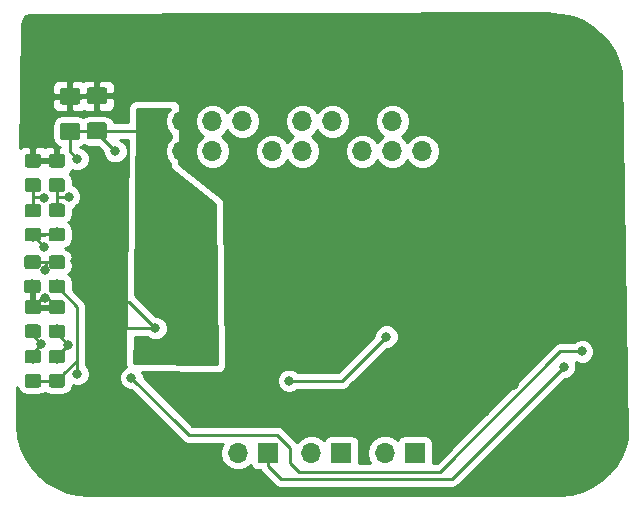
<source format=gbr>
G04 #@! TF.GenerationSoftware,KiCad,Pcbnew,(5.0.0)*
G04 #@! TF.CreationDate,2019-04-18T21:23:00-04:00*
G04 #@! TF.ProjectId,TouchscreenAdapter,546F75636873637265656E4164617074,rev?*
G04 #@! TF.SameCoordinates,Original*
G04 #@! TF.FileFunction,Copper,L2,Bot,Signal*
G04 #@! TF.FilePolarity,Positive*
%FSLAX46Y46*%
G04 Gerber Fmt 4.6, Leading zero omitted, Abs format (unit mm)*
G04 Created by KiCad (PCBNEW (5.0.0)) date 04/18/19 21:23:00*
%MOMM*%
%LPD*%
G01*
G04 APERTURE LIST*
G04 #@! TA.AperFunction,Conductor*
%ADD10C,0.100000*%
G04 #@! TD*
G04 #@! TA.AperFunction,SMDPad,CuDef*
%ADD11C,1.425000*%
G04 #@! TD*
G04 #@! TA.AperFunction,ComponentPad*
%ADD12R,1.700000X1.700000*%
G04 #@! TD*
G04 #@! TA.AperFunction,ComponentPad*
%ADD13O,1.700000X1.700000*%
G04 #@! TD*
G04 #@! TA.AperFunction,SMDPad,CuDef*
%ADD14C,1.150000*%
G04 #@! TD*
G04 #@! TA.AperFunction,ViaPad*
%ADD15C,0.800000*%
G04 #@! TD*
G04 #@! TA.AperFunction,Conductor*
%ADD16C,0.250000*%
G04 #@! TD*
G04 #@! TA.AperFunction,Conductor*
%ADD17C,0.500000*%
G04 #@! TD*
G04 #@! TA.AperFunction,Conductor*
%ADD18C,0.254000*%
G04 #@! TD*
G04 APERTURE END LIST*
D10*
G04 #@! TO.N,GND*
G04 #@! TO.C,C1*
G36*
X114187504Y-71932704D02*
X114211773Y-71936304D01*
X114235571Y-71942265D01*
X114258671Y-71950530D01*
X114280849Y-71961020D01*
X114301893Y-71973633D01*
X114321598Y-71988247D01*
X114339777Y-72004723D01*
X114356253Y-72022902D01*
X114370867Y-72042607D01*
X114383480Y-72063651D01*
X114393970Y-72085829D01*
X114402235Y-72108929D01*
X114408196Y-72132727D01*
X114411796Y-72156996D01*
X114413000Y-72181500D01*
X114413000Y-73106500D01*
X114411796Y-73131004D01*
X114408196Y-73155273D01*
X114402235Y-73179071D01*
X114393970Y-73202171D01*
X114383480Y-73224349D01*
X114370867Y-73245393D01*
X114356253Y-73265098D01*
X114339777Y-73283277D01*
X114321598Y-73299753D01*
X114301893Y-73314367D01*
X114280849Y-73326980D01*
X114258671Y-73337470D01*
X114235571Y-73345735D01*
X114211773Y-73351696D01*
X114187504Y-73355296D01*
X114163000Y-73356500D01*
X112913000Y-73356500D01*
X112888496Y-73355296D01*
X112864227Y-73351696D01*
X112840429Y-73345735D01*
X112817329Y-73337470D01*
X112795151Y-73326980D01*
X112774107Y-73314367D01*
X112754402Y-73299753D01*
X112736223Y-73283277D01*
X112719747Y-73265098D01*
X112705133Y-73245393D01*
X112692520Y-73224349D01*
X112682030Y-73202171D01*
X112673765Y-73179071D01*
X112667804Y-73155273D01*
X112664204Y-73131004D01*
X112663000Y-73106500D01*
X112663000Y-72181500D01*
X112664204Y-72156996D01*
X112667804Y-72132727D01*
X112673765Y-72108929D01*
X112682030Y-72085829D01*
X112692520Y-72063651D01*
X112705133Y-72042607D01*
X112719747Y-72022902D01*
X112736223Y-72004723D01*
X112754402Y-71988247D01*
X112774107Y-71973633D01*
X112795151Y-71961020D01*
X112817329Y-71950530D01*
X112840429Y-71942265D01*
X112864227Y-71936304D01*
X112888496Y-71932704D01*
X112913000Y-71931500D01*
X114163000Y-71931500D01*
X114187504Y-71932704D01*
X114187504Y-71932704D01*
G37*
D11*
G04 #@! TD*
G04 #@! TO.P,C1,2*
G04 #@! TO.N,GND*
X113538000Y-72644000D03*
D10*
G04 #@! TO.N,/3V3DC*
G04 #@! TO.C,C1*
G36*
X114187504Y-74907704D02*
X114211773Y-74911304D01*
X114235571Y-74917265D01*
X114258671Y-74925530D01*
X114280849Y-74936020D01*
X114301893Y-74948633D01*
X114321598Y-74963247D01*
X114339777Y-74979723D01*
X114356253Y-74997902D01*
X114370867Y-75017607D01*
X114383480Y-75038651D01*
X114393970Y-75060829D01*
X114402235Y-75083929D01*
X114408196Y-75107727D01*
X114411796Y-75131996D01*
X114413000Y-75156500D01*
X114413000Y-76081500D01*
X114411796Y-76106004D01*
X114408196Y-76130273D01*
X114402235Y-76154071D01*
X114393970Y-76177171D01*
X114383480Y-76199349D01*
X114370867Y-76220393D01*
X114356253Y-76240098D01*
X114339777Y-76258277D01*
X114321598Y-76274753D01*
X114301893Y-76289367D01*
X114280849Y-76301980D01*
X114258671Y-76312470D01*
X114235571Y-76320735D01*
X114211773Y-76326696D01*
X114187504Y-76330296D01*
X114163000Y-76331500D01*
X112913000Y-76331500D01*
X112888496Y-76330296D01*
X112864227Y-76326696D01*
X112840429Y-76320735D01*
X112817329Y-76312470D01*
X112795151Y-76301980D01*
X112774107Y-76289367D01*
X112754402Y-76274753D01*
X112736223Y-76258277D01*
X112719747Y-76240098D01*
X112705133Y-76220393D01*
X112692520Y-76199349D01*
X112682030Y-76177171D01*
X112673765Y-76154071D01*
X112667804Y-76130273D01*
X112664204Y-76106004D01*
X112663000Y-76081500D01*
X112663000Y-75156500D01*
X112664204Y-75131996D01*
X112667804Y-75107727D01*
X112673765Y-75083929D01*
X112682030Y-75060829D01*
X112692520Y-75038651D01*
X112705133Y-75017607D01*
X112719747Y-74997902D01*
X112736223Y-74979723D01*
X112754402Y-74963247D01*
X112774107Y-74948633D01*
X112795151Y-74936020D01*
X112817329Y-74925530D01*
X112840429Y-74917265D01*
X112864227Y-74911304D01*
X112888496Y-74907704D01*
X112913000Y-74906500D01*
X114163000Y-74906500D01*
X114187504Y-74907704D01*
X114187504Y-74907704D01*
G37*
D11*
G04 #@! TD*
G04 #@! TO.P,C1,1*
G04 #@! TO.N,/3V3DC*
X113538000Y-75619000D03*
D10*
G04 #@! TO.N,/3V3DC*
G04 #@! TO.C,C2*
G36*
X111901504Y-74944204D02*
X111925773Y-74947804D01*
X111949571Y-74953765D01*
X111972671Y-74962030D01*
X111994849Y-74972520D01*
X112015893Y-74985133D01*
X112035598Y-74999747D01*
X112053777Y-75016223D01*
X112070253Y-75034402D01*
X112084867Y-75054107D01*
X112097480Y-75075151D01*
X112107970Y-75097329D01*
X112116235Y-75120429D01*
X112122196Y-75144227D01*
X112125796Y-75168496D01*
X112127000Y-75193000D01*
X112127000Y-76118000D01*
X112125796Y-76142504D01*
X112122196Y-76166773D01*
X112116235Y-76190571D01*
X112107970Y-76213671D01*
X112097480Y-76235849D01*
X112084867Y-76256893D01*
X112070253Y-76276598D01*
X112053777Y-76294777D01*
X112035598Y-76311253D01*
X112015893Y-76325867D01*
X111994849Y-76338480D01*
X111972671Y-76348970D01*
X111949571Y-76357235D01*
X111925773Y-76363196D01*
X111901504Y-76366796D01*
X111877000Y-76368000D01*
X110627000Y-76368000D01*
X110602496Y-76366796D01*
X110578227Y-76363196D01*
X110554429Y-76357235D01*
X110531329Y-76348970D01*
X110509151Y-76338480D01*
X110488107Y-76325867D01*
X110468402Y-76311253D01*
X110450223Y-76294777D01*
X110433747Y-76276598D01*
X110419133Y-76256893D01*
X110406520Y-76235849D01*
X110396030Y-76213671D01*
X110387765Y-76190571D01*
X110381804Y-76166773D01*
X110378204Y-76142504D01*
X110377000Y-76118000D01*
X110377000Y-75193000D01*
X110378204Y-75168496D01*
X110381804Y-75144227D01*
X110387765Y-75120429D01*
X110396030Y-75097329D01*
X110406520Y-75075151D01*
X110419133Y-75054107D01*
X110433747Y-75034402D01*
X110450223Y-75016223D01*
X110468402Y-74999747D01*
X110488107Y-74985133D01*
X110509151Y-74972520D01*
X110531329Y-74962030D01*
X110554429Y-74953765D01*
X110578227Y-74947804D01*
X110602496Y-74944204D01*
X110627000Y-74943000D01*
X111877000Y-74943000D01*
X111901504Y-74944204D01*
X111901504Y-74944204D01*
G37*
D11*
G04 #@! TD*
G04 #@! TO.P,C2,1*
G04 #@! TO.N,/3V3DC*
X111252000Y-75655500D03*
D10*
G04 #@! TO.N,GND*
G04 #@! TO.C,C2*
G36*
X111901504Y-71969204D02*
X111925773Y-71972804D01*
X111949571Y-71978765D01*
X111972671Y-71987030D01*
X111994849Y-71997520D01*
X112015893Y-72010133D01*
X112035598Y-72024747D01*
X112053777Y-72041223D01*
X112070253Y-72059402D01*
X112084867Y-72079107D01*
X112097480Y-72100151D01*
X112107970Y-72122329D01*
X112116235Y-72145429D01*
X112122196Y-72169227D01*
X112125796Y-72193496D01*
X112127000Y-72218000D01*
X112127000Y-73143000D01*
X112125796Y-73167504D01*
X112122196Y-73191773D01*
X112116235Y-73215571D01*
X112107970Y-73238671D01*
X112097480Y-73260849D01*
X112084867Y-73281893D01*
X112070253Y-73301598D01*
X112053777Y-73319777D01*
X112035598Y-73336253D01*
X112015893Y-73350867D01*
X111994849Y-73363480D01*
X111972671Y-73373970D01*
X111949571Y-73382235D01*
X111925773Y-73388196D01*
X111901504Y-73391796D01*
X111877000Y-73393000D01*
X110627000Y-73393000D01*
X110602496Y-73391796D01*
X110578227Y-73388196D01*
X110554429Y-73382235D01*
X110531329Y-73373970D01*
X110509151Y-73363480D01*
X110488107Y-73350867D01*
X110468402Y-73336253D01*
X110450223Y-73319777D01*
X110433747Y-73301598D01*
X110419133Y-73281893D01*
X110406520Y-73260849D01*
X110396030Y-73238671D01*
X110387765Y-73215571D01*
X110381804Y-73191773D01*
X110378204Y-73167504D01*
X110377000Y-73143000D01*
X110377000Y-72218000D01*
X110378204Y-72193496D01*
X110381804Y-72169227D01*
X110387765Y-72145429D01*
X110396030Y-72122329D01*
X110406520Y-72100151D01*
X110419133Y-72079107D01*
X110433747Y-72059402D01*
X110450223Y-72041223D01*
X110468402Y-72024747D01*
X110488107Y-72010133D01*
X110509151Y-71997520D01*
X110531329Y-71987030D01*
X110554429Y-71978765D01*
X110578227Y-71972804D01*
X110602496Y-71969204D01*
X110627000Y-71968000D01*
X111877000Y-71968000D01*
X111901504Y-71969204D01*
X111901504Y-71969204D01*
G37*
D11*
G04 #@! TD*
G04 #@! TO.P,C2,2*
G04 #@! TO.N,GND*
X111252000Y-72680500D03*
D12*
G04 #@! TO.P,J5,1*
G04 #@! TO.N,/9.6VDC*
X128016000Y-102870000D03*
D13*
G04 #@! TO.P,J5,2*
G04 #@! TO.N,Net-(C5-Pad2)*
X125476000Y-102870000D03*
G04 #@! TD*
G04 #@! TO.P,J6,2*
G04 #@! TO.N,Net-(C7-Pad1)*
X131699000Y-102870000D03*
D12*
G04 #@! TO.P,J6,1*
G04 #@! TO.N,/-6VDC*
X134239000Y-102870000D03*
G04 #@! TD*
G04 #@! TO.P,J7,1*
G04 #@! TO.N,/3V3DC*
X118237000Y-77343000D03*
D13*
G04 #@! TO.P,J7,2*
X118237000Y-74803000D03*
G04 #@! TO.P,J7,3*
G04 #@! TO.N,GND*
X120777000Y-77343000D03*
G04 #@! TO.P,J7,4*
X120777000Y-74803000D03*
G04 #@! TO.P,J7,5*
G04 #@! TO.N,/RXIN0-*
X123317000Y-77343000D03*
G04 #@! TO.P,J7,6*
G04 #@! TO.N,/RXIN0+*
X123317000Y-74803000D03*
G04 #@! TO.P,J7,7*
G04 #@! TO.N,GND*
X125857000Y-77343000D03*
G04 #@! TO.P,J7,8*
G04 #@! TO.N,/RXIN1-*
X125857000Y-74803000D03*
G04 #@! TO.P,J7,9*
G04 #@! TO.N,/RXIN1+*
X128397000Y-77343000D03*
G04 #@! TO.P,J7,10*
G04 #@! TO.N,GND*
X128397000Y-74803000D03*
G04 #@! TO.P,J7,11*
G04 #@! TO.N,/RXIN2-*
X130937000Y-77343000D03*
G04 #@! TO.P,J7,12*
G04 #@! TO.N,/RXIN2+*
X130937000Y-74803000D03*
G04 #@! TO.P,J7,13*
G04 #@! TO.N,GND*
X133477000Y-77343000D03*
G04 #@! TO.P,J7,14*
G04 #@! TO.N,/RXCLKIN-*
X133477000Y-74803000D03*
G04 #@! TO.P,J7,15*
G04 #@! TO.N,/RXCLKIN+*
X136017000Y-77343000D03*
G04 #@! TO.P,J7,16*
G04 #@! TO.N,GND*
X136017000Y-74803000D03*
G04 #@! TO.P,J7,17*
G04 #@! TO.N,/5VDC*
X138557000Y-77343000D03*
G04 #@! TO.P,J7,18*
X138557000Y-74803000D03*
G04 #@! TO.P,J7,19*
G04 #@! TO.N,/BLIGHT_CTRL*
X141097000Y-77343000D03*
G04 #@! TO.P,J7,20*
G04 #@! TO.N,GND*
X141097000Y-74803000D03*
G04 #@! TD*
D12*
G04 #@! TO.P,J8,1*
G04 #@! TO.N,/18VDC*
X140462000Y-102870000D03*
D13*
G04 #@! TO.P,J8,2*
G04 #@! TO.N,Net-(C10-Pad1)*
X137922000Y-102870000D03*
G04 #@! TD*
D10*
G04 #@! TO.N,/STBYB*
G04 #@! TO.C,R1*
G36*
X110615612Y-81766983D02*
X110639880Y-81770583D01*
X110663679Y-81776544D01*
X110686778Y-81784809D01*
X110708957Y-81795299D01*
X110730000Y-81807911D01*
X110749706Y-81822526D01*
X110767884Y-81839002D01*
X110784360Y-81857180D01*
X110798975Y-81876886D01*
X110811587Y-81897929D01*
X110822077Y-81920108D01*
X110830342Y-81943207D01*
X110836303Y-81967006D01*
X110839903Y-81991274D01*
X110841107Y-82015778D01*
X110841107Y-82665780D01*
X110839903Y-82690284D01*
X110836303Y-82714552D01*
X110830342Y-82738351D01*
X110822077Y-82761450D01*
X110811587Y-82783629D01*
X110798975Y-82804672D01*
X110784360Y-82824378D01*
X110767884Y-82842556D01*
X110749706Y-82859032D01*
X110730000Y-82873647D01*
X110708957Y-82886259D01*
X110686778Y-82896749D01*
X110663679Y-82905014D01*
X110639880Y-82910975D01*
X110615612Y-82914575D01*
X110591108Y-82915779D01*
X109691106Y-82915779D01*
X109666602Y-82914575D01*
X109642334Y-82910975D01*
X109618535Y-82905014D01*
X109595436Y-82896749D01*
X109573257Y-82886259D01*
X109552214Y-82873647D01*
X109532508Y-82859032D01*
X109514330Y-82842556D01*
X109497854Y-82824378D01*
X109483239Y-82804672D01*
X109470627Y-82783629D01*
X109460137Y-82761450D01*
X109451872Y-82738351D01*
X109445911Y-82714552D01*
X109442311Y-82690284D01*
X109441107Y-82665780D01*
X109441107Y-82015778D01*
X109442311Y-81991274D01*
X109445911Y-81967006D01*
X109451872Y-81943207D01*
X109460137Y-81920108D01*
X109470627Y-81897929D01*
X109483239Y-81876886D01*
X109497854Y-81857180D01*
X109514330Y-81839002D01*
X109532508Y-81822526D01*
X109552214Y-81807911D01*
X109573257Y-81795299D01*
X109595436Y-81784809D01*
X109618535Y-81776544D01*
X109642334Y-81770583D01*
X109666602Y-81766983D01*
X109691106Y-81765779D01*
X110591108Y-81765779D01*
X110615612Y-81766983D01*
X110615612Y-81766983D01*
G37*
D14*
G04 #@! TD*
G04 #@! TO.P,R1,2*
G04 #@! TO.N,/STBYB*
X110141107Y-82340779D03*
D10*
G04 #@! TO.N,/3V3DC*
G04 #@! TO.C,R1*
G36*
X110615612Y-83816983D02*
X110639880Y-83820583D01*
X110663679Y-83826544D01*
X110686778Y-83834809D01*
X110708957Y-83845299D01*
X110730000Y-83857911D01*
X110749706Y-83872526D01*
X110767884Y-83889002D01*
X110784360Y-83907180D01*
X110798975Y-83926886D01*
X110811587Y-83947929D01*
X110822077Y-83970108D01*
X110830342Y-83993207D01*
X110836303Y-84017006D01*
X110839903Y-84041274D01*
X110841107Y-84065778D01*
X110841107Y-84715780D01*
X110839903Y-84740284D01*
X110836303Y-84764552D01*
X110830342Y-84788351D01*
X110822077Y-84811450D01*
X110811587Y-84833629D01*
X110798975Y-84854672D01*
X110784360Y-84874378D01*
X110767884Y-84892556D01*
X110749706Y-84909032D01*
X110730000Y-84923647D01*
X110708957Y-84936259D01*
X110686778Y-84946749D01*
X110663679Y-84955014D01*
X110639880Y-84960975D01*
X110615612Y-84964575D01*
X110591108Y-84965779D01*
X109691106Y-84965779D01*
X109666602Y-84964575D01*
X109642334Y-84960975D01*
X109618535Y-84955014D01*
X109595436Y-84946749D01*
X109573257Y-84936259D01*
X109552214Y-84923647D01*
X109532508Y-84909032D01*
X109514330Y-84892556D01*
X109497854Y-84874378D01*
X109483239Y-84854672D01*
X109470627Y-84833629D01*
X109460137Y-84811450D01*
X109451872Y-84788351D01*
X109445911Y-84764552D01*
X109442311Y-84740284D01*
X109441107Y-84715780D01*
X109441107Y-84065778D01*
X109442311Y-84041274D01*
X109445911Y-84017006D01*
X109451872Y-83993207D01*
X109460137Y-83970108D01*
X109470627Y-83947929D01*
X109483239Y-83926886D01*
X109497854Y-83907180D01*
X109514330Y-83889002D01*
X109532508Y-83872526D01*
X109552214Y-83857911D01*
X109573257Y-83845299D01*
X109595436Y-83834809D01*
X109618535Y-83826544D01*
X109642334Y-83820583D01*
X109666602Y-83816983D01*
X109691106Y-83815779D01*
X110591108Y-83815779D01*
X110615612Y-83816983D01*
X110615612Y-83816983D01*
G37*
D14*
G04 #@! TD*
G04 #@! TO.P,R1,1*
G04 #@! TO.N,/3V3DC*
X110141107Y-84390779D03*
D10*
G04 #@! TO.N,GND*
G04 #@! TO.C,R2*
G36*
X110615612Y-77575983D02*
X110639880Y-77579583D01*
X110663679Y-77585544D01*
X110686778Y-77593809D01*
X110708957Y-77604299D01*
X110730000Y-77616911D01*
X110749706Y-77631526D01*
X110767884Y-77648002D01*
X110784360Y-77666180D01*
X110798975Y-77685886D01*
X110811587Y-77706929D01*
X110822077Y-77729108D01*
X110830342Y-77752207D01*
X110836303Y-77776006D01*
X110839903Y-77800274D01*
X110841107Y-77824778D01*
X110841107Y-78474780D01*
X110839903Y-78499284D01*
X110836303Y-78523552D01*
X110830342Y-78547351D01*
X110822077Y-78570450D01*
X110811587Y-78592629D01*
X110798975Y-78613672D01*
X110784360Y-78633378D01*
X110767884Y-78651556D01*
X110749706Y-78668032D01*
X110730000Y-78682647D01*
X110708957Y-78695259D01*
X110686778Y-78705749D01*
X110663679Y-78714014D01*
X110639880Y-78719975D01*
X110615612Y-78723575D01*
X110591108Y-78724779D01*
X109691106Y-78724779D01*
X109666602Y-78723575D01*
X109642334Y-78719975D01*
X109618535Y-78714014D01*
X109595436Y-78705749D01*
X109573257Y-78695259D01*
X109552214Y-78682647D01*
X109532508Y-78668032D01*
X109514330Y-78651556D01*
X109497854Y-78633378D01*
X109483239Y-78613672D01*
X109470627Y-78592629D01*
X109460137Y-78570450D01*
X109451872Y-78547351D01*
X109445911Y-78523552D01*
X109442311Y-78499284D01*
X109441107Y-78474780D01*
X109441107Y-77824778D01*
X109442311Y-77800274D01*
X109445911Y-77776006D01*
X109451872Y-77752207D01*
X109460137Y-77729108D01*
X109470627Y-77706929D01*
X109483239Y-77685886D01*
X109497854Y-77666180D01*
X109514330Y-77648002D01*
X109532508Y-77631526D01*
X109552214Y-77616911D01*
X109573257Y-77604299D01*
X109595436Y-77593809D01*
X109618535Y-77585544D01*
X109642334Y-77579583D01*
X109666602Y-77575983D01*
X109691106Y-77574779D01*
X110591108Y-77574779D01*
X110615612Y-77575983D01*
X110615612Y-77575983D01*
G37*
D14*
G04 #@! TD*
G04 #@! TO.P,R2,2*
G04 #@! TO.N,GND*
X110141107Y-78149779D03*
D10*
G04 #@! TO.N,/STBYB*
G04 #@! TO.C,R2*
G36*
X110615612Y-79625983D02*
X110639880Y-79629583D01*
X110663679Y-79635544D01*
X110686778Y-79643809D01*
X110708957Y-79654299D01*
X110730000Y-79666911D01*
X110749706Y-79681526D01*
X110767884Y-79698002D01*
X110784360Y-79716180D01*
X110798975Y-79735886D01*
X110811587Y-79756929D01*
X110822077Y-79779108D01*
X110830342Y-79802207D01*
X110836303Y-79826006D01*
X110839903Y-79850274D01*
X110841107Y-79874778D01*
X110841107Y-80524780D01*
X110839903Y-80549284D01*
X110836303Y-80573552D01*
X110830342Y-80597351D01*
X110822077Y-80620450D01*
X110811587Y-80642629D01*
X110798975Y-80663672D01*
X110784360Y-80683378D01*
X110767884Y-80701556D01*
X110749706Y-80718032D01*
X110730000Y-80732647D01*
X110708957Y-80745259D01*
X110686778Y-80755749D01*
X110663679Y-80764014D01*
X110639880Y-80769975D01*
X110615612Y-80773575D01*
X110591108Y-80774779D01*
X109691106Y-80774779D01*
X109666602Y-80773575D01*
X109642334Y-80769975D01*
X109618535Y-80764014D01*
X109595436Y-80755749D01*
X109573257Y-80745259D01*
X109552214Y-80732647D01*
X109532508Y-80718032D01*
X109514330Y-80701556D01*
X109497854Y-80683378D01*
X109483239Y-80663672D01*
X109470627Y-80642629D01*
X109460137Y-80620450D01*
X109451872Y-80597351D01*
X109445911Y-80573552D01*
X109442311Y-80549284D01*
X109441107Y-80524780D01*
X109441107Y-79874778D01*
X109442311Y-79850274D01*
X109445911Y-79826006D01*
X109451872Y-79802207D01*
X109460137Y-79779108D01*
X109470627Y-79756929D01*
X109483239Y-79735886D01*
X109497854Y-79716180D01*
X109514330Y-79698002D01*
X109532508Y-79681526D01*
X109552214Y-79666911D01*
X109573257Y-79654299D01*
X109595436Y-79643809D01*
X109618535Y-79635544D01*
X109642334Y-79629583D01*
X109666602Y-79625983D01*
X109691106Y-79624779D01*
X110591108Y-79624779D01*
X110615612Y-79625983D01*
X110615612Y-79625983D01*
G37*
D14*
G04 #@! TD*
G04 #@! TO.P,R2,1*
G04 #@! TO.N,/STBYB*
X110141107Y-80199779D03*
D10*
G04 #@! TO.N,/L-R*
G04 #@! TO.C,R3*
G36*
X108583612Y-94158483D02*
X108607880Y-94162083D01*
X108631679Y-94168044D01*
X108654778Y-94176309D01*
X108676957Y-94186799D01*
X108698000Y-94199411D01*
X108717706Y-94214026D01*
X108735884Y-94230502D01*
X108752360Y-94248680D01*
X108766975Y-94268386D01*
X108779587Y-94289429D01*
X108790077Y-94311608D01*
X108798342Y-94334707D01*
X108804303Y-94358506D01*
X108807903Y-94382774D01*
X108809107Y-94407278D01*
X108809107Y-95057280D01*
X108807903Y-95081784D01*
X108804303Y-95106052D01*
X108798342Y-95129851D01*
X108790077Y-95152950D01*
X108779587Y-95175129D01*
X108766975Y-95196172D01*
X108752360Y-95215878D01*
X108735884Y-95234056D01*
X108717706Y-95250532D01*
X108698000Y-95265147D01*
X108676957Y-95277759D01*
X108654778Y-95288249D01*
X108631679Y-95296514D01*
X108607880Y-95302475D01*
X108583612Y-95306075D01*
X108559108Y-95307279D01*
X107659106Y-95307279D01*
X107634602Y-95306075D01*
X107610334Y-95302475D01*
X107586535Y-95296514D01*
X107563436Y-95288249D01*
X107541257Y-95277759D01*
X107520214Y-95265147D01*
X107500508Y-95250532D01*
X107482330Y-95234056D01*
X107465854Y-95215878D01*
X107451239Y-95196172D01*
X107438627Y-95175129D01*
X107428137Y-95152950D01*
X107419872Y-95129851D01*
X107413911Y-95106052D01*
X107410311Y-95081784D01*
X107409107Y-95057280D01*
X107409107Y-94407278D01*
X107410311Y-94382774D01*
X107413911Y-94358506D01*
X107419872Y-94334707D01*
X107428137Y-94311608D01*
X107438627Y-94289429D01*
X107451239Y-94268386D01*
X107465854Y-94248680D01*
X107482330Y-94230502D01*
X107500508Y-94214026D01*
X107520214Y-94199411D01*
X107541257Y-94186799D01*
X107563436Y-94176309D01*
X107586535Y-94168044D01*
X107610334Y-94162083D01*
X107634602Y-94158483D01*
X107659106Y-94157279D01*
X108559108Y-94157279D01*
X108583612Y-94158483D01*
X108583612Y-94158483D01*
G37*
D14*
G04 #@! TD*
G04 #@! TO.P,R3,2*
G04 #@! TO.N,/L-R*
X108109107Y-94732279D03*
D10*
G04 #@! TO.N,/3V3DC*
G04 #@! TO.C,R3*
G36*
X108583612Y-96208483D02*
X108607880Y-96212083D01*
X108631679Y-96218044D01*
X108654778Y-96226309D01*
X108676957Y-96236799D01*
X108698000Y-96249411D01*
X108717706Y-96264026D01*
X108735884Y-96280502D01*
X108752360Y-96298680D01*
X108766975Y-96318386D01*
X108779587Y-96339429D01*
X108790077Y-96361608D01*
X108798342Y-96384707D01*
X108804303Y-96408506D01*
X108807903Y-96432774D01*
X108809107Y-96457278D01*
X108809107Y-97107280D01*
X108807903Y-97131784D01*
X108804303Y-97156052D01*
X108798342Y-97179851D01*
X108790077Y-97202950D01*
X108779587Y-97225129D01*
X108766975Y-97246172D01*
X108752360Y-97265878D01*
X108735884Y-97284056D01*
X108717706Y-97300532D01*
X108698000Y-97315147D01*
X108676957Y-97327759D01*
X108654778Y-97338249D01*
X108631679Y-97346514D01*
X108607880Y-97352475D01*
X108583612Y-97356075D01*
X108559108Y-97357279D01*
X107659106Y-97357279D01*
X107634602Y-97356075D01*
X107610334Y-97352475D01*
X107586535Y-97346514D01*
X107563436Y-97338249D01*
X107541257Y-97327759D01*
X107520214Y-97315147D01*
X107500508Y-97300532D01*
X107482330Y-97284056D01*
X107465854Y-97265878D01*
X107451239Y-97246172D01*
X107438627Y-97225129D01*
X107428137Y-97202950D01*
X107419872Y-97179851D01*
X107413911Y-97156052D01*
X107410311Y-97131784D01*
X107409107Y-97107280D01*
X107409107Y-96457278D01*
X107410311Y-96432774D01*
X107413911Y-96408506D01*
X107419872Y-96384707D01*
X107428137Y-96361608D01*
X107438627Y-96339429D01*
X107451239Y-96318386D01*
X107465854Y-96298680D01*
X107482330Y-96280502D01*
X107500508Y-96264026D01*
X107520214Y-96249411D01*
X107541257Y-96236799D01*
X107563436Y-96226309D01*
X107586535Y-96218044D01*
X107610334Y-96212083D01*
X107634602Y-96208483D01*
X107659106Y-96207279D01*
X108559108Y-96207279D01*
X108583612Y-96208483D01*
X108583612Y-96208483D01*
G37*
D14*
G04 #@! TD*
G04 #@! TO.P,R3,1*
G04 #@! TO.N,/3V3DC*
X108109107Y-96782279D03*
D10*
G04 #@! TO.N,/L-R*
G04 #@! TO.C,R4*
G36*
X108583612Y-92008483D02*
X108607880Y-92012083D01*
X108631679Y-92018044D01*
X108654778Y-92026309D01*
X108676957Y-92036799D01*
X108698000Y-92049411D01*
X108717706Y-92064026D01*
X108735884Y-92080502D01*
X108752360Y-92098680D01*
X108766975Y-92118386D01*
X108779587Y-92139429D01*
X108790077Y-92161608D01*
X108798342Y-92184707D01*
X108804303Y-92208506D01*
X108807903Y-92232774D01*
X108809107Y-92257278D01*
X108809107Y-92907280D01*
X108807903Y-92931784D01*
X108804303Y-92956052D01*
X108798342Y-92979851D01*
X108790077Y-93002950D01*
X108779587Y-93025129D01*
X108766975Y-93046172D01*
X108752360Y-93065878D01*
X108735884Y-93084056D01*
X108717706Y-93100532D01*
X108698000Y-93115147D01*
X108676957Y-93127759D01*
X108654778Y-93138249D01*
X108631679Y-93146514D01*
X108607880Y-93152475D01*
X108583612Y-93156075D01*
X108559108Y-93157279D01*
X107659106Y-93157279D01*
X107634602Y-93156075D01*
X107610334Y-93152475D01*
X107586535Y-93146514D01*
X107563436Y-93138249D01*
X107541257Y-93127759D01*
X107520214Y-93115147D01*
X107500508Y-93100532D01*
X107482330Y-93084056D01*
X107465854Y-93065878D01*
X107451239Y-93046172D01*
X107438627Y-93025129D01*
X107428137Y-93002950D01*
X107419872Y-92979851D01*
X107413911Y-92956052D01*
X107410311Y-92931784D01*
X107409107Y-92907280D01*
X107409107Y-92257278D01*
X107410311Y-92232774D01*
X107413911Y-92208506D01*
X107419872Y-92184707D01*
X107428137Y-92161608D01*
X107438627Y-92139429D01*
X107451239Y-92118386D01*
X107465854Y-92098680D01*
X107482330Y-92080502D01*
X107500508Y-92064026D01*
X107520214Y-92049411D01*
X107541257Y-92036799D01*
X107563436Y-92026309D01*
X107586535Y-92018044D01*
X107610334Y-92012083D01*
X107634602Y-92008483D01*
X107659106Y-92007279D01*
X108559108Y-92007279D01*
X108583612Y-92008483D01*
X108583612Y-92008483D01*
G37*
D14*
G04 #@! TD*
G04 #@! TO.P,R4,1*
G04 #@! TO.N,/L-R*
X108109107Y-92582279D03*
D10*
G04 #@! TO.N,GND*
G04 #@! TO.C,R4*
G36*
X108583612Y-89958483D02*
X108607880Y-89962083D01*
X108631679Y-89968044D01*
X108654778Y-89976309D01*
X108676957Y-89986799D01*
X108698000Y-89999411D01*
X108717706Y-90014026D01*
X108735884Y-90030502D01*
X108752360Y-90048680D01*
X108766975Y-90068386D01*
X108779587Y-90089429D01*
X108790077Y-90111608D01*
X108798342Y-90134707D01*
X108804303Y-90158506D01*
X108807903Y-90182774D01*
X108809107Y-90207278D01*
X108809107Y-90857280D01*
X108807903Y-90881784D01*
X108804303Y-90906052D01*
X108798342Y-90929851D01*
X108790077Y-90952950D01*
X108779587Y-90975129D01*
X108766975Y-90996172D01*
X108752360Y-91015878D01*
X108735884Y-91034056D01*
X108717706Y-91050532D01*
X108698000Y-91065147D01*
X108676957Y-91077759D01*
X108654778Y-91088249D01*
X108631679Y-91096514D01*
X108607880Y-91102475D01*
X108583612Y-91106075D01*
X108559108Y-91107279D01*
X107659106Y-91107279D01*
X107634602Y-91106075D01*
X107610334Y-91102475D01*
X107586535Y-91096514D01*
X107563436Y-91088249D01*
X107541257Y-91077759D01*
X107520214Y-91065147D01*
X107500508Y-91050532D01*
X107482330Y-91034056D01*
X107465854Y-91015878D01*
X107451239Y-90996172D01*
X107438627Y-90975129D01*
X107428137Y-90952950D01*
X107419872Y-90929851D01*
X107413911Y-90906052D01*
X107410311Y-90881784D01*
X107409107Y-90857280D01*
X107409107Y-90207278D01*
X107410311Y-90182774D01*
X107413911Y-90158506D01*
X107419872Y-90134707D01*
X107428137Y-90111608D01*
X107438627Y-90089429D01*
X107451239Y-90068386D01*
X107465854Y-90048680D01*
X107482330Y-90030502D01*
X107500508Y-90014026D01*
X107520214Y-89999411D01*
X107541257Y-89986799D01*
X107563436Y-89976309D01*
X107586535Y-89968044D01*
X107610334Y-89962083D01*
X107634602Y-89958483D01*
X107659106Y-89957279D01*
X108559108Y-89957279D01*
X108583612Y-89958483D01*
X108583612Y-89958483D01*
G37*
D14*
G04 #@! TD*
G04 #@! TO.P,R4,2*
G04 #@! TO.N,GND*
X108109107Y-90532279D03*
D10*
G04 #@! TO.N,/3V3DC*
G04 #@! TO.C,R5*
G36*
X108583612Y-83834983D02*
X108607880Y-83838583D01*
X108631679Y-83844544D01*
X108654778Y-83852809D01*
X108676957Y-83863299D01*
X108698000Y-83875911D01*
X108717706Y-83890526D01*
X108735884Y-83907002D01*
X108752360Y-83925180D01*
X108766975Y-83944886D01*
X108779587Y-83965929D01*
X108790077Y-83988108D01*
X108798342Y-84011207D01*
X108804303Y-84035006D01*
X108807903Y-84059274D01*
X108809107Y-84083778D01*
X108809107Y-84733780D01*
X108807903Y-84758284D01*
X108804303Y-84782552D01*
X108798342Y-84806351D01*
X108790077Y-84829450D01*
X108779587Y-84851629D01*
X108766975Y-84872672D01*
X108752360Y-84892378D01*
X108735884Y-84910556D01*
X108717706Y-84927032D01*
X108698000Y-84941647D01*
X108676957Y-84954259D01*
X108654778Y-84964749D01*
X108631679Y-84973014D01*
X108607880Y-84978975D01*
X108583612Y-84982575D01*
X108559108Y-84983779D01*
X107659106Y-84983779D01*
X107634602Y-84982575D01*
X107610334Y-84978975D01*
X107586535Y-84973014D01*
X107563436Y-84964749D01*
X107541257Y-84954259D01*
X107520214Y-84941647D01*
X107500508Y-84927032D01*
X107482330Y-84910556D01*
X107465854Y-84892378D01*
X107451239Y-84872672D01*
X107438627Y-84851629D01*
X107428137Y-84829450D01*
X107419872Y-84806351D01*
X107413911Y-84782552D01*
X107410311Y-84758284D01*
X107409107Y-84733780D01*
X107409107Y-84083778D01*
X107410311Y-84059274D01*
X107413911Y-84035006D01*
X107419872Y-84011207D01*
X107428137Y-83988108D01*
X107438627Y-83965929D01*
X107451239Y-83944886D01*
X107465854Y-83925180D01*
X107482330Y-83907002D01*
X107500508Y-83890526D01*
X107520214Y-83875911D01*
X107541257Y-83863299D01*
X107563436Y-83852809D01*
X107586535Y-83844544D01*
X107610334Y-83838583D01*
X107634602Y-83834983D01*
X107659106Y-83833779D01*
X108559108Y-83833779D01*
X108583612Y-83834983D01*
X108583612Y-83834983D01*
G37*
D14*
G04 #@! TD*
G04 #@! TO.P,R5,1*
G04 #@! TO.N,/3V3DC*
X108109107Y-84408779D03*
D10*
G04 #@! TO.N,/RST*
G04 #@! TO.C,R5*
G36*
X108583612Y-81784983D02*
X108607880Y-81788583D01*
X108631679Y-81794544D01*
X108654778Y-81802809D01*
X108676957Y-81813299D01*
X108698000Y-81825911D01*
X108717706Y-81840526D01*
X108735884Y-81857002D01*
X108752360Y-81875180D01*
X108766975Y-81894886D01*
X108779587Y-81915929D01*
X108790077Y-81938108D01*
X108798342Y-81961207D01*
X108804303Y-81985006D01*
X108807903Y-82009274D01*
X108809107Y-82033778D01*
X108809107Y-82683780D01*
X108807903Y-82708284D01*
X108804303Y-82732552D01*
X108798342Y-82756351D01*
X108790077Y-82779450D01*
X108779587Y-82801629D01*
X108766975Y-82822672D01*
X108752360Y-82842378D01*
X108735884Y-82860556D01*
X108717706Y-82877032D01*
X108698000Y-82891647D01*
X108676957Y-82904259D01*
X108654778Y-82914749D01*
X108631679Y-82923014D01*
X108607880Y-82928975D01*
X108583612Y-82932575D01*
X108559108Y-82933779D01*
X107659106Y-82933779D01*
X107634602Y-82932575D01*
X107610334Y-82928975D01*
X107586535Y-82923014D01*
X107563436Y-82914749D01*
X107541257Y-82904259D01*
X107520214Y-82891647D01*
X107500508Y-82877032D01*
X107482330Y-82860556D01*
X107465854Y-82842378D01*
X107451239Y-82822672D01*
X107438627Y-82801629D01*
X107428137Y-82779450D01*
X107419872Y-82756351D01*
X107413911Y-82732552D01*
X107410311Y-82708284D01*
X107409107Y-82683780D01*
X107409107Y-82033778D01*
X107410311Y-82009274D01*
X107413911Y-81985006D01*
X107419872Y-81961207D01*
X107428137Y-81938108D01*
X107438627Y-81915929D01*
X107451239Y-81894886D01*
X107465854Y-81875180D01*
X107482330Y-81857002D01*
X107500508Y-81840526D01*
X107520214Y-81825911D01*
X107541257Y-81813299D01*
X107563436Y-81802809D01*
X107586535Y-81794544D01*
X107610334Y-81788583D01*
X107634602Y-81784983D01*
X107659106Y-81783779D01*
X108559108Y-81783779D01*
X108583612Y-81784983D01*
X108583612Y-81784983D01*
G37*
D14*
G04 #@! TD*
G04 #@! TO.P,R5,2*
G04 #@! TO.N,/RST*
X108109107Y-82358779D03*
D10*
G04 #@! TO.N,GND*
G04 #@! TO.C,R6*
G36*
X108583612Y-77575983D02*
X108607880Y-77579583D01*
X108631679Y-77585544D01*
X108654778Y-77593809D01*
X108676957Y-77604299D01*
X108698000Y-77616911D01*
X108717706Y-77631526D01*
X108735884Y-77648002D01*
X108752360Y-77666180D01*
X108766975Y-77685886D01*
X108779587Y-77706929D01*
X108790077Y-77729108D01*
X108798342Y-77752207D01*
X108804303Y-77776006D01*
X108807903Y-77800274D01*
X108809107Y-77824778D01*
X108809107Y-78474780D01*
X108807903Y-78499284D01*
X108804303Y-78523552D01*
X108798342Y-78547351D01*
X108790077Y-78570450D01*
X108779587Y-78592629D01*
X108766975Y-78613672D01*
X108752360Y-78633378D01*
X108735884Y-78651556D01*
X108717706Y-78668032D01*
X108698000Y-78682647D01*
X108676957Y-78695259D01*
X108654778Y-78705749D01*
X108631679Y-78714014D01*
X108607880Y-78719975D01*
X108583612Y-78723575D01*
X108559108Y-78724779D01*
X107659106Y-78724779D01*
X107634602Y-78723575D01*
X107610334Y-78719975D01*
X107586535Y-78714014D01*
X107563436Y-78705749D01*
X107541257Y-78695259D01*
X107520214Y-78682647D01*
X107500508Y-78668032D01*
X107482330Y-78651556D01*
X107465854Y-78633378D01*
X107451239Y-78613672D01*
X107438627Y-78592629D01*
X107428137Y-78570450D01*
X107419872Y-78547351D01*
X107413911Y-78523552D01*
X107410311Y-78499284D01*
X107409107Y-78474780D01*
X107409107Y-77824778D01*
X107410311Y-77800274D01*
X107413911Y-77776006D01*
X107419872Y-77752207D01*
X107428137Y-77729108D01*
X107438627Y-77706929D01*
X107451239Y-77685886D01*
X107465854Y-77666180D01*
X107482330Y-77648002D01*
X107500508Y-77631526D01*
X107520214Y-77616911D01*
X107541257Y-77604299D01*
X107563436Y-77593809D01*
X107586535Y-77585544D01*
X107610334Y-77579583D01*
X107634602Y-77575983D01*
X107659106Y-77574779D01*
X108559108Y-77574779D01*
X108583612Y-77575983D01*
X108583612Y-77575983D01*
G37*
D14*
G04 #@! TD*
G04 #@! TO.P,R6,2*
G04 #@! TO.N,GND*
X108109107Y-78149779D03*
D10*
G04 #@! TO.N,/RST*
G04 #@! TO.C,R6*
G36*
X108583612Y-79625983D02*
X108607880Y-79629583D01*
X108631679Y-79635544D01*
X108654778Y-79643809D01*
X108676957Y-79654299D01*
X108698000Y-79666911D01*
X108717706Y-79681526D01*
X108735884Y-79698002D01*
X108752360Y-79716180D01*
X108766975Y-79735886D01*
X108779587Y-79756929D01*
X108790077Y-79779108D01*
X108798342Y-79802207D01*
X108804303Y-79826006D01*
X108807903Y-79850274D01*
X108809107Y-79874778D01*
X108809107Y-80524780D01*
X108807903Y-80549284D01*
X108804303Y-80573552D01*
X108798342Y-80597351D01*
X108790077Y-80620450D01*
X108779587Y-80642629D01*
X108766975Y-80663672D01*
X108752360Y-80683378D01*
X108735884Y-80701556D01*
X108717706Y-80718032D01*
X108698000Y-80732647D01*
X108676957Y-80745259D01*
X108654778Y-80755749D01*
X108631679Y-80764014D01*
X108607880Y-80769975D01*
X108583612Y-80773575D01*
X108559108Y-80774779D01*
X107659106Y-80774779D01*
X107634602Y-80773575D01*
X107610334Y-80769975D01*
X107586535Y-80764014D01*
X107563436Y-80755749D01*
X107541257Y-80745259D01*
X107520214Y-80732647D01*
X107500508Y-80718032D01*
X107482330Y-80701556D01*
X107465854Y-80683378D01*
X107451239Y-80663672D01*
X107438627Y-80642629D01*
X107428137Y-80620450D01*
X107419872Y-80597351D01*
X107413911Y-80573552D01*
X107410311Y-80549284D01*
X107409107Y-80524780D01*
X107409107Y-79874778D01*
X107410311Y-79850274D01*
X107413911Y-79826006D01*
X107419872Y-79802207D01*
X107428137Y-79779108D01*
X107438627Y-79756929D01*
X107451239Y-79735886D01*
X107465854Y-79716180D01*
X107482330Y-79698002D01*
X107500508Y-79681526D01*
X107520214Y-79666911D01*
X107541257Y-79654299D01*
X107563436Y-79643809D01*
X107586535Y-79635544D01*
X107610334Y-79629583D01*
X107634602Y-79625983D01*
X107659106Y-79624779D01*
X108559108Y-79624779D01*
X108583612Y-79625983D01*
X108583612Y-79625983D01*
G37*
D14*
G04 #@! TD*
G04 #@! TO.P,R6,1*
G04 #@! TO.N,/RST*
X108109107Y-80199779D03*
D10*
G04 #@! TO.N,/U-D*
G04 #@! TO.C,R7*
G36*
X110615612Y-94149483D02*
X110639880Y-94153083D01*
X110663679Y-94159044D01*
X110686778Y-94167309D01*
X110708957Y-94177799D01*
X110730000Y-94190411D01*
X110749706Y-94205026D01*
X110767884Y-94221502D01*
X110784360Y-94239680D01*
X110798975Y-94259386D01*
X110811587Y-94280429D01*
X110822077Y-94302608D01*
X110830342Y-94325707D01*
X110836303Y-94349506D01*
X110839903Y-94373774D01*
X110841107Y-94398278D01*
X110841107Y-95048280D01*
X110839903Y-95072784D01*
X110836303Y-95097052D01*
X110830342Y-95120851D01*
X110822077Y-95143950D01*
X110811587Y-95166129D01*
X110798975Y-95187172D01*
X110784360Y-95206878D01*
X110767884Y-95225056D01*
X110749706Y-95241532D01*
X110730000Y-95256147D01*
X110708957Y-95268759D01*
X110686778Y-95279249D01*
X110663679Y-95287514D01*
X110639880Y-95293475D01*
X110615612Y-95297075D01*
X110591108Y-95298279D01*
X109691106Y-95298279D01*
X109666602Y-95297075D01*
X109642334Y-95293475D01*
X109618535Y-95287514D01*
X109595436Y-95279249D01*
X109573257Y-95268759D01*
X109552214Y-95256147D01*
X109532508Y-95241532D01*
X109514330Y-95225056D01*
X109497854Y-95206878D01*
X109483239Y-95187172D01*
X109470627Y-95166129D01*
X109460137Y-95143950D01*
X109451872Y-95120851D01*
X109445911Y-95097052D01*
X109442311Y-95072784D01*
X109441107Y-95048280D01*
X109441107Y-94398278D01*
X109442311Y-94373774D01*
X109445911Y-94349506D01*
X109451872Y-94325707D01*
X109460137Y-94302608D01*
X109470627Y-94280429D01*
X109483239Y-94259386D01*
X109497854Y-94239680D01*
X109514330Y-94221502D01*
X109532508Y-94205026D01*
X109552214Y-94190411D01*
X109573257Y-94177799D01*
X109595436Y-94167309D01*
X109618535Y-94159044D01*
X109642334Y-94153083D01*
X109666602Y-94149483D01*
X109691106Y-94148279D01*
X110591108Y-94148279D01*
X110615612Y-94149483D01*
X110615612Y-94149483D01*
G37*
D14*
G04 #@! TD*
G04 #@! TO.P,R7,2*
G04 #@! TO.N,/U-D*
X110141107Y-94723279D03*
D10*
G04 #@! TO.N,/3V3DC*
G04 #@! TO.C,R7*
G36*
X110615612Y-96199483D02*
X110639880Y-96203083D01*
X110663679Y-96209044D01*
X110686778Y-96217309D01*
X110708957Y-96227799D01*
X110730000Y-96240411D01*
X110749706Y-96255026D01*
X110767884Y-96271502D01*
X110784360Y-96289680D01*
X110798975Y-96309386D01*
X110811587Y-96330429D01*
X110822077Y-96352608D01*
X110830342Y-96375707D01*
X110836303Y-96399506D01*
X110839903Y-96423774D01*
X110841107Y-96448278D01*
X110841107Y-97098280D01*
X110839903Y-97122784D01*
X110836303Y-97147052D01*
X110830342Y-97170851D01*
X110822077Y-97193950D01*
X110811587Y-97216129D01*
X110798975Y-97237172D01*
X110784360Y-97256878D01*
X110767884Y-97275056D01*
X110749706Y-97291532D01*
X110730000Y-97306147D01*
X110708957Y-97318759D01*
X110686778Y-97329249D01*
X110663679Y-97337514D01*
X110639880Y-97343475D01*
X110615612Y-97347075D01*
X110591108Y-97348279D01*
X109691106Y-97348279D01*
X109666602Y-97347075D01*
X109642334Y-97343475D01*
X109618535Y-97337514D01*
X109595436Y-97329249D01*
X109573257Y-97318759D01*
X109552214Y-97306147D01*
X109532508Y-97291532D01*
X109514330Y-97275056D01*
X109497854Y-97256878D01*
X109483239Y-97237172D01*
X109470627Y-97216129D01*
X109460137Y-97193950D01*
X109451872Y-97170851D01*
X109445911Y-97147052D01*
X109442311Y-97122784D01*
X109441107Y-97098280D01*
X109441107Y-96448278D01*
X109442311Y-96423774D01*
X109445911Y-96399506D01*
X109451872Y-96375707D01*
X109460137Y-96352608D01*
X109470627Y-96330429D01*
X109483239Y-96309386D01*
X109497854Y-96289680D01*
X109514330Y-96271502D01*
X109532508Y-96255026D01*
X109552214Y-96240411D01*
X109573257Y-96227799D01*
X109595436Y-96217309D01*
X109618535Y-96209044D01*
X109642334Y-96203083D01*
X109666602Y-96199483D01*
X109691106Y-96198279D01*
X110591108Y-96198279D01*
X110615612Y-96199483D01*
X110615612Y-96199483D01*
G37*
D14*
G04 #@! TD*
G04 #@! TO.P,R7,1*
G04 #@! TO.N,/3V3DC*
X110141107Y-96773279D03*
D10*
G04 #@! TO.N,/U-D*
G04 #@! TO.C,R8*
G36*
X110615612Y-92017483D02*
X110639880Y-92021083D01*
X110663679Y-92027044D01*
X110686778Y-92035309D01*
X110708957Y-92045799D01*
X110730000Y-92058411D01*
X110749706Y-92073026D01*
X110767884Y-92089502D01*
X110784360Y-92107680D01*
X110798975Y-92127386D01*
X110811587Y-92148429D01*
X110822077Y-92170608D01*
X110830342Y-92193707D01*
X110836303Y-92217506D01*
X110839903Y-92241774D01*
X110841107Y-92266278D01*
X110841107Y-92916280D01*
X110839903Y-92940784D01*
X110836303Y-92965052D01*
X110830342Y-92988851D01*
X110822077Y-93011950D01*
X110811587Y-93034129D01*
X110798975Y-93055172D01*
X110784360Y-93074878D01*
X110767884Y-93093056D01*
X110749706Y-93109532D01*
X110730000Y-93124147D01*
X110708957Y-93136759D01*
X110686778Y-93147249D01*
X110663679Y-93155514D01*
X110639880Y-93161475D01*
X110615612Y-93165075D01*
X110591108Y-93166279D01*
X109691106Y-93166279D01*
X109666602Y-93165075D01*
X109642334Y-93161475D01*
X109618535Y-93155514D01*
X109595436Y-93147249D01*
X109573257Y-93136759D01*
X109552214Y-93124147D01*
X109532508Y-93109532D01*
X109514330Y-93093056D01*
X109497854Y-93074878D01*
X109483239Y-93055172D01*
X109470627Y-93034129D01*
X109460137Y-93011950D01*
X109451872Y-92988851D01*
X109445911Y-92965052D01*
X109442311Y-92940784D01*
X109441107Y-92916280D01*
X109441107Y-92266278D01*
X109442311Y-92241774D01*
X109445911Y-92217506D01*
X109451872Y-92193707D01*
X109460137Y-92170608D01*
X109470627Y-92148429D01*
X109483239Y-92127386D01*
X109497854Y-92107680D01*
X109514330Y-92089502D01*
X109532508Y-92073026D01*
X109552214Y-92058411D01*
X109573257Y-92045799D01*
X109595436Y-92035309D01*
X109618535Y-92027044D01*
X109642334Y-92021083D01*
X109666602Y-92017483D01*
X109691106Y-92016279D01*
X110591108Y-92016279D01*
X110615612Y-92017483D01*
X110615612Y-92017483D01*
G37*
D14*
G04 #@! TD*
G04 #@! TO.P,R8,1*
G04 #@! TO.N,/U-D*
X110141107Y-92591279D03*
D10*
G04 #@! TO.N,GND*
G04 #@! TO.C,R8*
G36*
X110615612Y-89967483D02*
X110639880Y-89971083D01*
X110663679Y-89977044D01*
X110686778Y-89985309D01*
X110708957Y-89995799D01*
X110730000Y-90008411D01*
X110749706Y-90023026D01*
X110767884Y-90039502D01*
X110784360Y-90057680D01*
X110798975Y-90077386D01*
X110811587Y-90098429D01*
X110822077Y-90120608D01*
X110830342Y-90143707D01*
X110836303Y-90167506D01*
X110839903Y-90191774D01*
X110841107Y-90216278D01*
X110841107Y-90866280D01*
X110839903Y-90890784D01*
X110836303Y-90915052D01*
X110830342Y-90938851D01*
X110822077Y-90961950D01*
X110811587Y-90984129D01*
X110798975Y-91005172D01*
X110784360Y-91024878D01*
X110767884Y-91043056D01*
X110749706Y-91059532D01*
X110730000Y-91074147D01*
X110708957Y-91086759D01*
X110686778Y-91097249D01*
X110663679Y-91105514D01*
X110639880Y-91111475D01*
X110615612Y-91115075D01*
X110591108Y-91116279D01*
X109691106Y-91116279D01*
X109666602Y-91115075D01*
X109642334Y-91111475D01*
X109618535Y-91105514D01*
X109595436Y-91097249D01*
X109573257Y-91086759D01*
X109552214Y-91074147D01*
X109532508Y-91059532D01*
X109514330Y-91043056D01*
X109497854Y-91024878D01*
X109483239Y-91005172D01*
X109470627Y-90984129D01*
X109460137Y-90961950D01*
X109451872Y-90938851D01*
X109445911Y-90915052D01*
X109442311Y-90890784D01*
X109441107Y-90866280D01*
X109441107Y-90216278D01*
X109442311Y-90191774D01*
X109445911Y-90167506D01*
X109451872Y-90143707D01*
X109460137Y-90120608D01*
X109470627Y-90098429D01*
X109483239Y-90077386D01*
X109497854Y-90057680D01*
X109514330Y-90039502D01*
X109532508Y-90023026D01*
X109552214Y-90008411D01*
X109573257Y-89995799D01*
X109595436Y-89985309D01*
X109618535Y-89977044D01*
X109642334Y-89971083D01*
X109666602Y-89967483D01*
X109691106Y-89966279D01*
X110591108Y-89966279D01*
X110615612Y-89967483D01*
X110615612Y-89967483D01*
G37*
D14*
G04 #@! TD*
G04 #@! TO.P,R8,2*
G04 #@! TO.N,GND*
X110141107Y-90541279D03*
D10*
G04 #@! TO.N,/SELB*
G04 #@! TO.C,R9*
G36*
X110615612Y-86157483D02*
X110639880Y-86161083D01*
X110663679Y-86167044D01*
X110686778Y-86175309D01*
X110708957Y-86185799D01*
X110730000Y-86198411D01*
X110749706Y-86213026D01*
X110767884Y-86229502D01*
X110784360Y-86247680D01*
X110798975Y-86267386D01*
X110811587Y-86288429D01*
X110822077Y-86310608D01*
X110830342Y-86333707D01*
X110836303Y-86357506D01*
X110839903Y-86381774D01*
X110841107Y-86406278D01*
X110841107Y-87056280D01*
X110839903Y-87080784D01*
X110836303Y-87105052D01*
X110830342Y-87128851D01*
X110822077Y-87151950D01*
X110811587Y-87174129D01*
X110798975Y-87195172D01*
X110784360Y-87214878D01*
X110767884Y-87233056D01*
X110749706Y-87249532D01*
X110730000Y-87264147D01*
X110708957Y-87276759D01*
X110686778Y-87287249D01*
X110663679Y-87295514D01*
X110639880Y-87301475D01*
X110615612Y-87305075D01*
X110591108Y-87306279D01*
X109691106Y-87306279D01*
X109666602Y-87305075D01*
X109642334Y-87301475D01*
X109618535Y-87295514D01*
X109595436Y-87287249D01*
X109573257Y-87276759D01*
X109552214Y-87264147D01*
X109532508Y-87249532D01*
X109514330Y-87233056D01*
X109497854Y-87214878D01*
X109483239Y-87195172D01*
X109470627Y-87174129D01*
X109460137Y-87151950D01*
X109451872Y-87128851D01*
X109445911Y-87105052D01*
X109442311Y-87080784D01*
X109441107Y-87056280D01*
X109441107Y-86406278D01*
X109442311Y-86381774D01*
X109445911Y-86357506D01*
X109451872Y-86333707D01*
X109460137Y-86310608D01*
X109470627Y-86288429D01*
X109483239Y-86267386D01*
X109497854Y-86247680D01*
X109514330Y-86229502D01*
X109532508Y-86213026D01*
X109552214Y-86198411D01*
X109573257Y-86185799D01*
X109595436Y-86175309D01*
X109618535Y-86167044D01*
X109642334Y-86161083D01*
X109666602Y-86157483D01*
X109691106Y-86156279D01*
X110591108Y-86156279D01*
X110615612Y-86157483D01*
X110615612Y-86157483D01*
G37*
D14*
G04 #@! TD*
G04 #@! TO.P,R9,2*
G04 #@! TO.N,/SELB*
X110141107Y-86731279D03*
D10*
G04 #@! TO.N,/3V3DC*
G04 #@! TO.C,R9*
G36*
X110615612Y-88207483D02*
X110639880Y-88211083D01*
X110663679Y-88217044D01*
X110686778Y-88225309D01*
X110708957Y-88235799D01*
X110730000Y-88248411D01*
X110749706Y-88263026D01*
X110767884Y-88279502D01*
X110784360Y-88297680D01*
X110798975Y-88317386D01*
X110811587Y-88338429D01*
X110822077Y-88360608D01*
X110830342Y-88383707D01*
X110836303Y-88407506D01*
X110839903Y-88431774D01*
X110841107Y-88456278D01*
X110841107Y-89106280D01*
X110839903Y-89130784D01*
X110836303Y-89155052D01*
X110830342Y-89178851D01*
X110822077Y-89201950D01*
X110811587Y-89224129D01*
X110798975Y-89245172D01*
X110784360Y-89264878D01*
X110767884Y-89283056D01*
X110749706Y-89299532D01*
X110730000Y-89314147D01*
X110708957Y-89326759D01*
X110686778Y-89337249D01*
X110663679Y-89345514D01*
X110639880Y-89351475D01*
X110615612Y-89355075D01*
X110591108Y-89356279D01*
X109691106Y-89356279D01*
X109666602Y-89355075D01*
X109642334Y-89351475D01*
X109618535Y-89345514D01*
X109595436Y-89337249D01*
X109573257Y-89326759D01*
X109552214Y-89314147D01*
X109532508Y-89299532D01*
X109514330Y-89283056D01*
X109497854Y-89264878D01*
X109483239Y-89245172D01*
X109470627Y-89224129D01*
X109460137Y-89201950D01*
X109451872Y-89178851D01*
X109445911Y-89155052D01*
X109442311Y-89130784D01*
X109441107Y-89106280D01*
X109441107Y-88456278D01*
X109442311Y-88431774D01*
X109445911Y-88407506D01*
X109451872Y-88383707D01*
X109460137Y-88360608D01*
X109470627Y-88338429D01*
X109483239Y-88317386D01*
X109497854Y-88297680D01*
X109514330Y-88279502D01*
X109532508Y-88263026D01*
X109552214Y-88248411D01*
X109573257Y-88235799D01*
X109595436Y-88225309D01*
X109618535Y-88217044D01*
X109642334Y-88211083D01*
X109666602Y-88207483D01*
X109691106Y-88206279D01*
X110591108Y-88206279D01*
X110615612Y-88207483D01*
X110615612Y-88207483D01*
G37*
D14*
G04 #@! TD*
G04 #@! TO.P,R9,1*
G04 #@! TO.N,/3V3DC*
X110141107Y-88781279D03*
D10*
G04 #@! TO.N,/SELB*
G04 #@! TO.C,R10*
G36*
X108551505Y-86158204D02*
X108575773Y-86161804D01*
X108599572Y-86167765D01*
X108622671Y-86176030D01*
X108644850Y-86186520D01*
X108665893Y-86199132D01*
X108685599Y-86213747D01*
X108703777Y-86230223D01*
X108720253Y-86248401D01*
X108734868Y-86268107D01*
X108747480Y-86289150D01*
X108757970Y-86311329D01*
X108766235Y-86334428D01*
X108772196Y-86358227D01*
X108775796Y-86382495D01*
X108777000Y-86406999D01*
X108777000Y-87057001D01*
X108775796Y-87081505D01*
X108772196Y-87105773D01*
X108766235Y-87129572D01*
X108757970Y-87152671D01*
X108747480Y-87174850D01*
X108734868Y-87195893D01*
X108720253Y-87215599D01*
X108703777Y-87233777D01*
X108685599Y-87250253D01*
X108665893Y-87264868D01*
X108644850Y-87277480D01*
X108622671Y-87287970D01*
X108599572Y-87296235D01*
X108575773Y-87302196D01*
X108551505Y-87305796D01*
X108527001Y-87307000D01*
X107626999Y-87307000D01*
X107602495Y-87305796D01*
X107578227Y-87302196D01*
X107554428Y-87296235D01*
X107531329Y-87287970D01*
X107509150Y-87277480D01*
X107488107Y-87264868D01*
X107468401Y-87250253D01*
X107450223Y-87233777D01*
X107433747Y-87215599D01*
X107419132Y-87195893D01*
X107406520Y-87174850D01*
X107396030Y-87152671D01*
X107387765Y-87129572D01*
X107381804Y-87105773D01*
X107378204Y-87081505D01*
X107377000Y-87057001D01*
X107377000Y-86406999D01*
X107378204Y-86382495D01*
X107381804Y-86358227D01*
X107387765Y-86334428D01*
X107396030Y-86311329D01*
X107406520Y-86289150D01*
X107419132Y-86268107D01*
X107433747Y-86248401D01*
X107450223Y-86230223D01*
X107468401Y-86213747D01*
X107488107Y-86199132D01*
X107509150Y-86186520D01*
X107531329Y-86176030D01*
X107554428Y-86167765D01*
X107578227Y-86161804D01*
X107602495Y-86158204D01*
X107626999Y-86157000D01*
X108527001Y-86157000D01*
X108551505Y-86158204D01*
X108551505Y-86158204D01*
G37*
D14*
G04 #@! TD*
G04 #@! TO.P,R10,1*
G04 #@! TO.N,/SELB*
X108077000Y-86732000D03*
D10*
G04 #@! TO.N,GND*
G04 #@! TO.C,R10*
G36*
X108551505Y-88208204D02*
X108575773Y-88211804D01*
X108599572Y-88217765D01*
X108622671Y-88226030D01*
X108644850Y-88236520D01*
X108665893Y-88249132D01*
X108685599Y-88263747D01*
X108703777Y-88280223D01*
X108720253Y-88298401D01*
X108734868Y-88318107D01*
X108747480Y-88339150D01*
X108757970Y-88361329D01*
X108766235Y-88384428D01*
X108772196Y-88408227D01*
X108775796Y-88432495D01*
X108777000Y-88456999D01*
X108777000Y-89107001D01*
X108775796Y-89131505D01*
X108772196Y-89155773D01*
X108766235Y-89179572D01*
X108757970Y-89202671D01*
X108747480Y-89224850D01*
X108734868Y-89245893D01*
X108720253Y-89265599D01*
X108703777Y-89283777D01*
X108685599Y-89300253D01*
X108665893Y-89314868D01*
X108644850Y-89327480D01*
X108622671Y-89337970D01*
X108599572Y-89346235D01*
X108575773Y-89352196D01*
X108551505Y-89355796D01*
X108527001Y-89357000D01*
X107626999Y-89357000D01*
X107602495Y-89355796D01*
X107578227Y-89352196D01*
X107554428Y-89346235D01*
X107531329Y-89337970D01*
X107509150Y-89327480D01*
X107488107Y-89314868D01*
X107468401Y-89300253D01*
X107450223Y-89283777D01*
X107433747Y-89265599D01*
X107419132Y-89245893D01*
X107406520Y-89224850D01*
X107396030Y-89202671D01*
X107387765Y-89179572D01*
X107381804Y-89155773D01*
X107378204Y-89131505D01*
X107377000Y-89107001D01*
X107377000Y-88456999D01*
X107378204Y-88432495D01*
X107381804Y-88408227D01*
X107387765Y-88384428D01*
X107396030Y-88361329D01*
X107406520Y-88339150D01*
X107419132Y-88318107D01*
X107433747Y-88298401D01*
X107450223Y-88280223D01*
X107468401Y-88263747D01*
X107488107Y-88249132D01*
X107509150Y-88236520D01*
X107531329Y-88226030D01*
X107554428Y-88217765D01*
X107578227Y-88211804D01*
X107602495Y-88208204D01*
X107626999Y-88207000D01*
X108527001Y-88207000D01*
X108551505Y-88208204D01*
X108551505Y-88208204D01*
G37*
D14*
G04 #@! TD*
G04 #@! TO.P,R10,2*
G04 #@! TO.N,GND*
X108077000Y-88782000D03*
D15*
G04 #@! TO.N,GND*
X118491000Y-92329000D03*
X126492000Y-93980000D03*
X126619000Y-95377000D03*
X132207000Y-90424000D03*
X137287000Y-97790000D03*
X130302000Y-99695000D03*
X112014000Y-85090000D03*
X112141000Y-83693000D03*
X112014000Y-82169000D03*
X140970000Y-88900000D03*
X145923000Y-94361000D03*
X148082000Y-94234000D03*
X148844000Y-97155000D03*
X146431000Y-99441000D03*
X111696500Y-86614000D03*
X111760000Y-88138000D03*
X115062000Y-90106500D03*
X114808000Y-92329000D03*
X115062000Y-79502000D03*
X125095000Y-85471000D03*
X155829000Y-88074500D03*
X109133301Y-89747455D03*
G04 #@! TO.N,/3V3DC*
X119888000Y-83312000D03*
X121285000Y-83312000D03*
X122682000Y-83312000D03*
X119888000Y-84582000D03*
X121285000Y-84582000D03*
X122682000Y-84582000D03*
X115091698Y-77343000D03*
X111887000Y-77978000D03*
X122936000Y-94742000D03*
X111887000Y-96202500D03*
X109093000Y-85407500D03*
G04 #@! TO.N,Net-(C9-Pad2)*
X129794000Y-96774000D03*
X138049000Y-93027500D03*
G04 #@! TO.N,/U-D*
X111125000Y-93726000D03*
G04 #@! TO.N,/L-R*
X108839000Y-93662500D03*
G04 #@! TO.N,Net-(J1-Pad31)*
X154615846Y-94290846D03*
X116463653Y-96515347D03*
G04 #@! TO.N,/9.6VDC*
X153098500Y-95567500D03*
G04 #@! TO.N,/SELB*
X109156500Y-87376000D03*
G04 #@! TO.N,/STBYB*
X111181949Y-81199701D03*
G04 #@! TO.N,/RST*
X109029500Y-81280000D03*
G04 #@! TD*
D16*
G04 #@! TO.N,GND*
X116268500Y-90106500D02*
X115062000Y-90106500D01*
X118491000Y-92329000D02*
X116268500Y-90106500D01*
X115373685Y-92329000D02*
X118491000Y-92329000D01*
X114808000Y-92329000D02*
X115373685Y-92329000D01*
X108893931Y-89747455D02*
X108109107Y-90532279D01*
X109133301Y-89747455D02*
X108893931Y-89747455D01*
X109347283Y-89747455D02*
X110141107Y-90541279D01*
X109133301Y-89747455D02*
X109347283Y-89747455D01*
G04 #@! TO.N,/3V3DC*
X113501500Y-75655500D02*
X113538000Y-75619000D01*
X111252000Y-75655500D02*
X113501500Y-75655500D01*
X113538000Y-75789302D02*
X115091698Y-77343000D01*
X113538000Y-75619000D02*
X113538000Y-75789302D01*
X111252000Y-75655500D02*
X111252000Y-77343000D01*
X111252000Y-77343000D02*
X111887000Y-77978000D01*
X120885001Y-84981999D02*
X121285000Y-84582000D01*
X120885001Y-92691001D02*
X120885001Y-84981999D01*
X122936000Y-94742000D02*
X120885001Y-92691001D01*
X108118107Y-96773279D02*
X108109107Y-96782279D01*
X110141107Y-96773279D02*
X108118107Y-96773279D01*
X108127107Y-84390779D02*
X108109107Y-84408779D01*
X110764479Y-96149907D02*
X110141107Y-96773279D01*
X111850001Y-95064385D02*
X110764479Y-96149907D01*
X110141107Y-88781279D02*
X111850001Y-90490173D01*
X109138500Y-84408779D02*
X108250221Y-84408779D01*
X109156500Y-84390779D02*
X109138500Y-84408779D01*
X109156500Y-84390779D02*
X108127107Y-84390779D01*
X110141107Y-84390779D02*
X109156500Y-84390779D01*
X111850001Y-96165501D02*
X111887000Y-96202500D01*
X111850001Y-94869000D02*
X111850001Y-96165501D01*
X111850001Y-94869000D02*
X111850001Y-95064385D01*
X111850001Y-90490173D02*
X111850001Y-94869000D01*
D17*
X118237000Y-78693000D02*
X119253000Y-79709000D01*
X118237000Y-77343000D02*
X118237000Y-78693000D01*
D16*
X108109107Y-84408779D02*
X108109107Y-84423607D01*
X108109107Y-84423607D02*
X109093000Y-85407500D01*
X117910000Y-75619000D02*
X113538000Y-75619000D01*
X118237000Y-75946000D02*
X117910000Y-75619000D01*
D17*
X118237000Y-75946000D02*
X118237000Y-77343000D01*
X118237000Y-74803000D02*
X118237000Y-75946000D01*
D16*
G04 #@! TO.N,Net-(C9-Pad2)*
X129794000Y-96774000D02*
X134302500Y-96774000D01*
X134302500Y-96774000D02*
X138049000Y-93027500D01*
G04 #@! TO.N,/U-D*
X110141107Y-94723279D02*
X110141107Y-94709893D01*
X110141107Y-94709893D02*
X111125000Y-93726000D01*
X110141107Y-92742107D02*
X111125000Y-93726000D01*
X110141107Y-92591279D02*
X110141107Y-92742107D01*
G04 #@! TO.N,/L-R*
X108109107Y-94732279D02*
X108109107Y-94392393D01*
X108109107Y-94392393D02*
X108839000Y-93662500D01*
X108109107Y-92932607D02*
X108839000Y-93662500D01*
X108109107Y-92582279D02*
X108109107Y-92932607D01*
G04 #@! TO.N,Net-(J1-Pad31)*
X152781156Y-94290846D02*
X154615846Y-94290846D01*
X142614502Y-104457500D02*
X152781156Y-94290846D01*
X129921000Y-102489998D02*
X129921000Y-103695500D01*
X129921000Y-103695500D02*
X130683000Y-104457500D01*
X130683000Y-104457500D02*
X142614502Y-104457500D01*
X121294306Y-101346000D02*
X120459500Y-100511194D01*
X128777002Y-101346000D02*
X121294306Y-101346000D01*
X116463653Y-96515347D02*
X120459500Y-100511194D01*
X128777002Y-101346000D02*
X129921000Y-102489998D01*
G04 #@! TO.N,/9.6VDC*
X143573500Y-105092500D02*
X153098500Y-95567500D01*
X129138500Y-105092500D02*
X143573500Y-105092500D01*
X128016000Y-102870000D02*
X128016000Y-103970000D01*
X128016000Y-103970000D02*
X129138500Y-105092500D01*
G04 #@! TO.N,/SELB*
X108077721Y-86731279D02*
X108077000Y-86732000D01*
X109220000Y-87312500D02*
X109156500Y-87376000D01*
X109220000Y-86731279D02*
X109220000Y-87312500D01*
X109220000Y-86731279D02*
X108077721Y-86731279D01*
X110141107Y-86731279D02*
X109220000Y-86731279D01*
G04 #@! TO.N,/STBYB*
X111165150Y-81216500D02*
X111181949Y-81199701D01*
X110141107Y-81216500D02*
X111165150Y-81216500D01*
X110141107Y-81216500D02*
X110141107Y-80199779D01*
X110141107Y-82340779D02*
X110141107Y-81216500D01*
G04 #@! TO.N,/RST*
X108966000Y-81216500D02*
X109029500Y-81280000D01*
X108109107Y-81216500D02*
X108966000Y-81216500D01*
X108109107Y-81216500D02*
X108109107Y-80199779D01*
X108109107Y-82358779D02*
X108109107Y-81216500D01*
G04 #@! TD*
D18*
G04 #@! TO.N,GND*
G36*
X151881835Y-65682256D02*
X151958038Y-65692831D01*
X152929318Y-65776114D01*
X153822488Y-65992210D01*
X154672690Y-66340918D01*
X155460365Y-66814219D01*
X156167385Y-67401217D01*
X156777477Y-68088402D01*
X157276608Y-68859969D01*
X157653288Y-69698156D01*
X157896384Y-70574782D01*
X158449220Y-101601526D01*
X158289789Y-102260491D01*
X157941081Y-103110691D01*
X157467780Y-103898366D01*
X156880785Y-104605383D01*
X156193596Y-105215478D01*
X155422033Y-105714607D01*
X154583843Y-106091289D01*
X153698331Y-106336849D01*
X152767584Y-106447819D01*
X152451228Y-106453102D01*
X152340208Y-106463415D01*
X152281739Y-106478000D01*
X112956283Y-106478000D01*
X112913165Y-106466244D01*
X112836961Y-106455669D01*
X111865682Y-106372386D01*
X110972510Y-106156290D01*
X110122310Y-105807582D01*
X109334635Y-105334281D01*
X108627618Y-104747286D01*
X108017523Y-104060097D01*
X107518394Y-103288534D01*
X107141712Y-102450344D01*
X106896152Y-101564832D01*
X106785182Y-100634085D01*
X106779899Y-100317729D01*
X106769586Y-100206709D01*
X106757330Y-100157575D01*
X106795244Y-97276084D01*
X106829980Y-97450715D01*
X107024521Y-97741865D01*
X107315671Y-97936406D01*
X107659106Y-98004719D01*
X108559108Y-98004719D01*
X108902543Y-97936406D01*
X109131842Y-97783193D01*
X109347671Y-97927406D01*
X109691106Y-97995719D01*
X110591108Y-97995719D01*
X110934543Y-97927406D01*
X111225693Y-97732865D01*
X111420234Y-97441715D01*
X111477622Y-97153206D01*
X111681126Y-97237500D01*
X112092874Y-97237500D01*
X112473280Y-97079931D01*
X112764431Y-96788780D01*
X112922000Y-96408374D01*
X112922000Y-95996626D01*
X112764431Y-95616220D01*
X112610001Y-95461790D01*
X112610001Y-95139232D01*
X112624889Y-95064385D01*
X112610001Y-94989538D01*
X112610001Y-90565019D01*
X112624889Y-90490172D01*
X112610001Y-90415325D01*
X112610001Y-90415321D01*
X112565905Y-90193636D01*
X112397930Y-89942244D01*
X112334474Y-89899844D01*
X111488547Y-89053918D01*
X111488547Y-88456278D01*
X111420234Y-88112843D01*
X111225693Y-87821693D01*
X111127794Y-87756279D01*
X111225693Y-87690865D01*
X111420234Y-87399715D01*
X111488547Y-87056280D01*
X111488547Y-86406278D01*
X111420234Y-86062843D01*
X111225693Y-85771693D01*
X110934543Y-85577152D01*
X110853487Y-85561029D01*
X110934543Y-85544906D01*
X111225693Y-85350365D01*
X111420234Y-85059215D01*
X111488547Y-84715780D01*
X111488547Y-84065778D01*
X111420234Y-83722343D01*
X111225693Y-83431193D01*
X111127794Y-83365779D01*
X111225693Y-83300365D01*
X111420234Y-83009215D01*
X111488547Y-82665780D01*
X111488547Y-82192980D01*
X111768229Y-82077132D01*
X112059380Y-81785981D01*
X112216949Y-81405575D01*
X112216949Y-80993827D01*
X112059380Y-80613421D01*
X111768229Y-80322270D01*
X111488547Y-80206422D01*
X111488547Y-79874778D01*
X111420234Y-79531343D01*
X111225693Y-79240193D01*
X111224510Y-79239402D01*
X111379434Y-79084477D01*
X111448887Y-78916804D01*
X111681126Y-79013000D01*
X112092874Y-79013000D01*
X112473280Y-78855431D01*
X112764431Y-78564280D01*
X112922000Y-78183874D01*
X112922000Y-77772126D01*
X112764431Y-77391720D01*
X112473280Y-77100569D01*
X112140987Y-76962929D01*
X112220435Y-76947126D01*
X112422313Y-76812236D01*
X112569565Y-76910626D01*
X112913000Y-76978940D01*
X113652837Y-76978940D01*
X114056698Y-77382802D01*
X114056698Y-77548874D01*
X114214267Y-77929280D01*
X114505418Y-78220431D01*
X114885824Y-78378000D01*
X115297572Y-78378000D01*
X115677978Y-78220431D01*
X115969129Y-77929280D01*
X116126698Y-77548874D01*
X116126698Y-77137126D01*
X115969129Y-76756720D01*
X115677978Y-76465569D01*
X115468982Y-76379000D01*
X116173155Y-76379000D01*
X115951043Y-95369574D01*
X115991655Y-95590579D01*
X115877373Y-95637916D01*
X115586222Y-95929067D01*
X115428653Y-96309473D01*
X115428653Y-96721221D01*
X115586222Y-97101627D01*
X115877373Y-97392778D01*
X116257779Y-97550347D01*
X116423852Y-97550347D01*
X119975027Y-101101523D01*
X119975030Y-101101525D01*
X120703976Y-101830472D01*
X120746377Y-101893929D01*
X120997769Y-102061904D01*
X121219454Y-102106000D01*
X121219459Y-102106000D01*
X121294306Y-102120888D01*
X121369153Y-102106000D01*
X124200495Y-102106000D01*
X124077161Y-102290582D01*
X123961908Y-102870000D01*
X124077161Y-103449418D01*
X124405375Y-103940625D01*
X124896582Y-104268839D01*
X125329744Y-104355000D01*
X125622256Y-104355000D01*
X126055418Y-104268839D01*
X126546625Y-103940625D01*
X126558816Y-103922381D01*
X126567843Y-103967765D01*
X126708191Y-104177809D01*
X126918235Y-104318157D01*
X127166000Y-104367440D01*
X127367518Y-104367440D01*
X127424960Y-104453407D01*
X127468072Y-104517929D01*
X127531528Y-104560329D01*
X128548171Y-105576973D01*
X128590571Y-105640429D01*
X128654027Y-105682829D01*
X128841962Y-105808404D01*
X128871101Y-105814200D01*
X129063648Y-105852500D01*
X129063652Y-105852500D01*
X129138500Y-105867388D01*
X129213348Y-105852500D01*
X143498653Y-105852500D01*
X143573500Y-105867388D01*
X143648347Y-105852500D01*
X143648352Y-105852500D01*
X143870037Y-105808404D01*
X144121429Y-105640429D01*
X144163831Y-105576970D01*
X153138302Y-96602500D01*
X153304374Y-96602500D01*
X153684780Y-96444931D01*
X153975931Y-96153780D01*
X154133500Y-95773374D01*
X154133500Y-95361626D01*
X154058351Y-95180200D01*
X154409972Y-95325846D01*
X154821720Y-95325846D01*
X155202126Y-95168277D01*
X155493277Y-94877126D01*
X155650846Y-94496720D01*
X155650846Y-94084972D01*
X155493277Y-93704566D01*
X155202126Y-93413415D01*
X154821720Y-93255846D01*
X154409972Y-93255846D01*
X154029566Y-93413415D01*
X153912135Y-93530846D01*
X152856003Y-93530846D01*
X152781156Y-93515958D01*
X152706309Y-93530846D01*
X152706304Y-93530846D01*
X152484619Y-93574942D01*
X152233227Y-93742917D01*
X152190827Y-93806373D01*
X142299701Y-103697500D01*
X141959440Y-103697500D01*
X141959440Y-102020000D01*
X141910157Y-101772235D01*
X141769809Y-101562191D01*
X141559765Y-101421843D01*
X141312000Y-101372560D01*
X139612000Y-101372560D01*
X139364235Y-101421843D01*
X139154191Y-101562191D01*
X139013843Y-101772235D01*
X139004816Y-101817619D01*
X138992625Y-101799375D01*
X138501418Y-101471161D01*
X138068256Y-101385000D01*
X137775744Y-101385000D01*
X137342582Y-101471161D01*
X136851375Y-101799375D01*
X136523161Y-102290582D01*
X136407908Y-102870000D01*
X136523161Y-103449418D01*
X136688924Y-103697500D01*
X135736440Y-103697500D01*
X135736440Y-102020000D01*
X135687157Y-101772235D01*
X135546809Y-101562191D01*
X135336765Y-101421843D01*
X135089000Y-101372560D01*
X133389000Y-101372560D01*
X133141235Y-101421843D01*
X132931191Y-101562191D01*
X132790843Y-101772235D01*
X132781816Y-101817619D01*
X132769625Y-101799375D01*
X132278418Y-101471161D01*
X131845256Y-101385000D01*
X131552744Y-101385000D01*
X131119582Y-101471161D01*
X130628375Y-101799375D01*
X130500979Y-101990036D01*
X130468929Y-101942069D01*
X130405476Y-101899671D01*
X129367333Y-100861530D01*
X129324931Y-100798071D01*
X129073539Y-100630096D01*
X128851854Y-100586000D01*
X128851849Y-100586000D01*
X128777002Y-100571112D01*
X128702155Y-100586000D01*
X121609108Y-100586000D01*
X121049831Y-100026724D01*
X121049829Y-100026721D01*
X117591234Y-96568126D01*
X128759000Y-96568126D01*
X128759000Y-96979874D01*
X128916569Y-97360280D01*
X129207720Y-97651431D01*
X129588126Y-97809000D01*
X129999874Y-97809000D01*
X130380280Y-97651431D01*
X130497711Y-97534000D01*
X134227653Y-97534000D01*
X134302500Y-97548888D01*
X134377347Y-97534000D01*
X134377352Y-97534000D01*
X134599037Y-97489904D01*
X134850429Y-97321929D01*
X134892831Y-97258470D01*
X138088802Y-94062500D01*
X138254874Y-94062500D01*
X138635280Y-93904931D01*
X138926431Y-93613780D01*
X139084000Y-93233374D01*
X139084000Y-92821626D01*
X138926431Y-92441220D01*
X138635280Y-92150069D01*
X138254874Y-91992500D01*
X137843126Y-91992500D01*
X137462720Y-92150069D01*
X137171569Y-92441220D01*
X137014000Y-92821626D01*
X137014000Y-92987698D01*
X133987699Y-96014000D01*
X130497711Y-96014000D01*
X130380280Y-95896569D01*
X129999874Y-95739000D01*
X129588126Y-95739000D01*
X129207720Y-95896569D01*
X128916569Y-96187720D01*
X128759000Y-96568126D01*
X117591234Y-96568126D01*
X117498653Y-96475546D01*
X117498653Y-96309473D01*
X117381255Y-96026049D01*
X123813861Y-96138902D01*
X124073425Y-96088388D01*
X124278151Y-95948836D01*
X124413888Y-95741562D01*
X124459973Y-95498121D01*
X124332973Y-81782121D01*
X124254240Y-81481696D01*
X124094681Y-81292148D01*
X120526779Y-78437827D01*
X120571653Y-74803000D01*
X121802908Y-74803000D01*
X121918161Y-75382418D01*
X122246375Y-75873625D01*
X122544761Y-76073000D01*
X122246375Y-76272375D01*
X121918161Y-76763582D01*
X121802908Y-77343000D01*
X121918161Y-77922418D01*
X122246375Y-78413625D01*
X122737582Y-78741839D01*
X123170744Y-78828000D01*
X123463256Y-78828000D01*
X123896418Y-78741839D01*
X124387625Y-78413625D01*
X124715839Y-77922418D01*
X124831092Y-77343000D01*
X126882908Y-77343000D01*
X126998161Y-77922418D01*
X127326375Y-78413625D01*
X127817582Y-78741839D01*
X128250744Y-78828000D01*
X128543256Y-78828000D01*
X128976418Y-78741839D01*
X129467625Y-78413625D01*
X129667000Y-78115239D01*
X129866375Y-78413625D01*
X130357582Y-78741839D01*
X130790744Y-78828000D01*
X131083256Y-78828000D01*
X131516418Y-78741839D01*
X132007625Y-78413625D01*
X132335839Y-77922418D01*
X132451092Y-77343000D01*
X134502908Y-77343000D01*
X134618161Y-77922418D01*
X134946375Y-78413625D01*
X135437582Y-78741839D01*
X135870744Y-78828000D01*
X136163256Y-78828000D01*
X136596418Y-78741839D01*
X137087625Y-78413625D01*
X137287000Y-78115239D01*
X137486375Y-78413625D01*
X137977582Y-78741839D01*
X138410744Y-78828000D01*
X138703256Y-78828000D01*
X139136418Y-78741839D01*
X139627625Y-78413625D01*
X139827000Y-78115239D01*
X140026375Y-78413625D01*
X140517582Y-78741839D01*
X140950744Y-78828000D01*
X141243256Y-78828000D01*
X141676418Y-78741839D01*
X142167625Y-78413625D01*
X142495839Y-77922418D01*
X142611092Y-77343000D01*
X142495839Y-76763582D01*
X142167625Y-76272375D01*
X141676418Y-75944161D01*
X141243256Y-75858000D01*
X140950744Y-75858000D01*
X140517582Y-75944161D01*
X140026375Y-76272375D01*
X139827000Y-76570761D01*
X139627625Y-76272375D01*
X139329239Y-76073000D01*
X139627625Y-75873625D01*
X139955839Y-75382418D01*
X140071092Y-74803000D01*
X139955839Y-74223582D01*
X139627625Y-73732375D01*
X139136418Y-73404161D01*
X138703256Y-73318000D01*
X138410744Y-73318000D01*
X137977582Y-73404161D01*
X137486375Y-73732375D01*
X137158161Y-74223582D01*
X137042908Y-74803000D01*
X137158161Y-75382418D01*
X137486375Y-75873625D01*
X137784761Y-76073000D01*
X137486375Y-76272375D01*
X137287000Y-76570761D01*
X137087625Y-76272375D01*
X136596418Y-75944161D01*
X136163256Y-75858000D01*
X135870744Y-75858000D01*
X135437582Y-75944161D01*
X134946375Y-76272375D01*
X134618161Y-76763582D01*
X134502908Y-77343000D01*
X132451092Y-77343000D01*
X132335839Y-76763582D01*
X132007625Y-76272375D01*
X131709239Y-76073000D01*
X132007625Y-75873625D01*
X132207000Y-75575239D01*
X132406375Y-75873625D01*
X132897582Y-76201839D01*
X133330744Y-76288000D01*
X133623256Y-76288000D01*
X134056418Y-76201839D01*
X134547625Y-75873625D01*
X134875839Y-75382418D01*
X134991092Y-74803000D01*
X134875839Y-74223582D01*
X134547625Y-73732375D01*
X134056418Y-73404161D01*
X133623256Y-73318000D01*
X133330744Y-73318000D01*
X132897582Y-73404161D01*
X132406375Y-73732375D01*
X132207000Y-74030761D01*
X132007625Y-73732375D01*
X131516418Y-73404161D01*
X131083256Y-73318000D01*
X130790744Y-73318000D01*
X130357582Y-73404161D01*
X129866375Y-73732375D01*
X129538161Y-74223582D01*
X129422908Y-74803000D01*
X129538161Y-75382418D01*
X129866375Y-75873625D01*
X130164761Y-76073000D01*
X129866375Y-76272375D01*
X129667000Y-76570761D01*
X129467625Y-76272375D01*
X128976418Y-75944161D01*
X128543256Y-75858000D01*
X128250744Y-75858000D01*
X127817582Y-75944161D01*
X127326375Y-76272375D01*
X126998161Y-76763582D01*
X126882908Y-77343000D01*
X124831092Y-77343000D01*
X124715839Y-76763582D01*
X124387625Y-76272375D01*
X124089239Y-76073000D01*
X124387625Y-75873625D01*
X124587000Y-75575239D01*
X124786375Y-75873625D01*
X125277582Y-76201839D01*
X125710744Y-76288000D01*
X126003256Y-76288000D01*
X126436418Y-76201839D01*
X126927625Y-75873625D01*
X127255839Y-75382418D01*
X127371092Y-74803000D01*
X127255839Y-74223582D01*
X126927625Y-73732375D01*
X126436418Y-73404161D01*
X126003256Y-73318000D01*
X125710744Y-73318000D01*
X125277582Y-73404161D01*
X124786375Y-73732375D01*
X124587000Y-74030761D01*
X124387625Y-73732375D01*
X123896418Y-73404161D01*
X123463256Y-73318000D01*
X123170744Y-73318000D01*
X122737582Y-73404161D01*
X122246375Y-73732375D01*
X121918161Y-74223582D01*
X121802908Y-74803000D01*
X120571653Y-74803000D01*
X120586452Y-73604339D01*
X120533083Y-73341576D01*
X120391258Y-73138419D01*
X120182483Y-73005000D01*
X119938544Y-72961632D01*
X116827044Y-73025132D01*
X116603874Y-73070535D01*
X116396269Y-73205767D01*
X116256219Y-73410152D01*
X116205043Y-73652574D01*
X116190933Y-74859000D01*
X115001263Y-74859000D01*
X114992126Y-74813065D01*
X114797586Y-74521914D01*
X114506435Y-74327374D01*
X114163000Y-74259060D01*
X112913000Y-74259060D01*
X112569565Y-74327374D01*
X112367687Y-74462264D01*
X112220435Y-74363874D01*
X111877000Y-74295560D01*
X110627000Y-74295560D01*
X110283565Y-74363874D01*
X109992414Y-74558414D01*
X109797874Y-74849565D01*
X109729560Y-75193000D01*
X109729560Y-76118000D01*
X109797874Y-76461435D01*
X109992414Y-76752586D01*
X110283565Y-76947126D01*
X110396955Y-76969681D01*
X110268107Y-77098529D01*
X110268107Y-78022779D01*
X110288107Y-78022779D01*
X110288107Y-78276779D01*
X110268107Y-78276779D01*
X110268107Y-78296779D01*
X110014107Y-78296779D01*
X110014107Y-78276779D01*
X108236107Y-78276779D01*
X108236107Y-78296779D01*
X107982107Y-78296779D01*
X107982107Y-78276779D01*
X107962107Y-78276779D01*
X107962107Y-78022779D01*
X107982107Y-78022779D01*
X107982107Y-77098529D01*
X108236107Y-77098529D01*
X108236107Y-78022779D01*
X110014107Y-78022779D01*
X110014107Y-77098529D01*
X109855357Y-76939779D01*
X109314797Y-76939779D01*
X109125107Y-77018351D01*
X108935417Y-76939779D01*
X108394857Y-76939779D01*
X108236107Y-77098529D01*
X107982107Y-77098529D01*
X107823357Y-76939779D01*
X107282797Y-76939779D01*
X107061622Y-77031393D01*
X107115110Y-72966250D01*
X109742000Y-72966250D01*
X109742000Y-73519309D01*
X109838673Y-73752698D01*
X110017301Y-73931327D01*
X110250690Y-74028000D01*
X110966250Y-74028000D01*
X111125000Y-73869250D01*
X111125000Y-72807500D01*
X111379000Y-72807500D01*
X111379000Y-73869250D01*
X111537750Y-74028000D01*
X112253310Y-74028000D01*
X112439059Y-73951060D01*
X112536690Y-73991500D01*
X113252250Y-73991500D01*
X113411000Y-73832750D01*
X113411000Y-72771000D01*
X113665000Y-72771000D01*
X113665000Y-73832750D01*
X113823750Y-73991500D01*
X114539310Y-73991500D01*
X114772699Y-73894827D01*
X114951327Y-73716198D01*
X115048000Y-73482809D01*
X115048000Y-72929750D01*
X114889250Y-72771000D01*
X113665000Y-72771000D01*
X113411000Y-72771000D01*
X112186750Y-72771000D01*
X112150250Y-72807500D01*
X111379000Y-72807500D01*
X111125000Y-72807500D01*
X109900750Y-72807500D01*
X109742000Y-72966250D01*
X107115110Y-72966250D01*
X107129906Y-71841691D01*
X109742000Y-71841691D01*
X109742000Y-72394750D01*
X109900750Y-72553500D01*
X111125000Y-72553500D01*
X111125000Y-71491750D01*
X111379000Y-71491750D01*
X111379000Y-72553500D01*
X112603250Y-72553500D01*
X112639750Y-72517000D01*
X113411000Y-72517000D01*
X113411000Y-71455250D01*
X113665000Y-71455250D01*
X113665000Y-72517000D01*
X114889250Y-72517000D01*
X115048000Y-72358250D01*
X115048000Y-71805191D01*
X114951327Y-71571802D01*
X114772699Y-71393173D01*
X114539310Y-71296500D01*
X113823750Y-71296500D01*
X113665000Y-71455250D01*
X113411000Y-71455250D01*
X113252250Y-71296500D01*
X112536690Y-71296500D01*
X112350941Y-71373440D01*
X112253310Y-71333000D01*
X111537750Y-71333000D01*
X111379000Y-71491750D01*
X111125000Y-71491750D01*
X110966250Y-71333000D01*
X110250690Y-71333000D01*
X110017301Y-71429673D01*
X109838673Y-71608302D01*
X109742000Y-71841691D01*
X107129906Y-71841691D01*
X107198728Y-66611325D01*
X107249204Y-66308064D01*
X107364707Y-66094000D01*
X107543322Y-65928890D01*
X107778848Y-65824764D01*
X107995689Y-65797371D01*
X151840611Y-65671016D01*
X151881835Y-65682256D01*
X151881835Y-65682256D01*
G37*
X151881835Y-65682256D02*
X151958038Y-65692831D01*
X152929318Y-65776114D01*
X153822488Y-65992210D01*
X154672690Y-66340918D01*
X155460365Y-66814219D01*
X156167385Y-67401217D01*
X156777477Y-68088402D01*
X157276608Y-68859969D01*
X157653288Y-69698156D01*
X157896384Y-70574782D01*
X158449220Y-101601526D01*
X158289789Y-102260491D01*
X157941081Y-103110691D01*
X157467780Y-103898366D01*
X156880785Y-104605383D01*
X156193596Y-105215478D01*
X155422033Y-105714607D01*
X154583843Y-106091289D01*
X153698331Y-106336849D01*
X152767584Y-106447819D01*
X152451228Y-106453102D01*
X152340208Y-106463415D01*
X152281739Y-106478000D01*
X112956283Y-106478000D01*
X112913165Y-106466244D01*
X112836961Y-106455669D01*
X111865682Y-106372386D01*
X110972510Y-106156290D01*
X110122310Y-105807582D01*
X109334635Y-105334281D01*
X108627618Y-104747286D01*
X108017523Y-104060097D01*
X107518394Y-103288534D01*
X107141712Y-102450344D01*
X106896152Y-101564832D01*
X106785182Y-100634085D01*
X106779899Y-100317729D01*
X106769586Y-100206709D01*
X106757330Y-100157575D01*
X106795244Y-97276084D01*
X106829980Y-97450715D01*
X107024521Y-97741865D01*
X107315671Y-97936406D01*
X107659106Y-98004719D01*
X108559108Y-98004719D01*
X108902543Y-97936406D01*
X109131842Y-97783193D01*
X109347671Y-97927406D01*
X109691106Y-97995719D01*
X110591108Y-97995719D01*
X110934543Y-97927406D01*
X111225693Y-97732865D01*
X111420234Y-97441715D01*
X111477622Y-97153206D01*
X111681126Y-97237500D01*
X112092874Y-97237500D01*
X112473280Y-97079931D01*
X112764431Y-96788780D01*
X112922000Y-96408374D01*
X112922000Y-95996626D01*
X112764431Y-95616220D01*
X112610001Y-95461790D01*
X112610001Y-95139232D01*
X112624889Y-95064385D01*
X112610001Y-94989538D01*
X112610001Y-90565019D01*
X112624889Y-90490172D01*
X112610001Y-90415325D01*
X112610001Y-90415321D01*
X112565905Y-90193636D01*
X112397930Y-89942244D01*
X112334474Y-89899844D01*
X111488547Y-89053918D01*
X111488547Y-88456278D01*
X111420234Y-88112843D01*
X111225693Y-87821693D01*
X111127794Y-87756279D01*
X111225693Y-87690865D01*
X111420234Y-87399715D01*
X111488547Y-87056280D01*
X111488547Y-86406278D01*
X111420234Y-86062843D01*
X111225693Y-85771693D01*
X110934543Y-85577152D01*
X110853487Y-85561029D01*
X110934543Y-85544906D01*
X111225693Y-85350365D01*
X111420234Y-85059215D01*
X111488547Y-84715780D01*
X111488547Y-84065778D01*
X111420234Y-83722343D01*
X111225693Y-83431193D01*
X111127794Y-83365779D01*
X111225693Y-83300365D01*
X111420234Y-83009215D01*
X111488547Y-82665780D01*
X111488547Y-82192980D01*
X111768229Y-82077132D01*
X112059380Y-81785981D01*
X112216949Y-81405575D01*
X112216949Y-80993827D01*
X112059380Y-80613421D01*
X111768229Y-80322270D01*
X111488547Y-80206422D01*
X111488547Y-79874778D01*
X111420234Y-79531343D01*
X111225693Y-79240193D01*
X111224510Y-79239402D01*
X111379434Y-79084477D01*
X111448887Y-78916804D01*
X111681126Y-79013000D01*
X112092874Y-79013000D01*
X112473280Y-78855431D01*
X112764431Y-78564280D01*
X112922000Y-78183874D01*
X112922000Y-77772126D01*
X112764431Y-77391720D01*
X112473280Y-77100569D01*
X112140987Y-76962929D01*
X112220435Y-76947126D01*
X112422313Y-76812236D01*
X112569565Y-76910626D01*
X112913000Y-76978940D01*
X113652837Y-76978940D01*
X114056698Y-77382802D01*
X114056698Y-77548874D01*
X114214267Y-77929280D01*
X114505418Y-78220431D01*
X114885824Y-78378000D01*
X115297572Y-78378000D01*
X115677978Y-78220431D01*
X115969129Y-77929280D01*
X116126698Y-77548874D01*
X116126698Y-77137126D01*
X115969129Y-76756720D01*
X115677978Y-76465569D01*
X115468982Y-76379000D01*
X116173155Y-76379000D01*
X115951043Y-95369574D01*
X115991655Y-95590579D01*
X115877373Y-95637916D01*
X115586222Y-95929067D01*
X115428653Y-96309473D01*
X115428653Y-96721221D01*
X115586222Y-97101627D01*
X115877373Y-97392778D01*
X116257779Y-97550347D01*
X116423852Y-97550347D01*
X119975027Y-101101523D01*
X119975030Y-101101525D01*
X120703976Y-101830472D01*
X120746377Y-101893929D01*
X120997769Y-102061904D01*
X121219454Y-102106000D01*
X121219459Y-102106000D01*
X121294306Y-102120888D01*
X121369153Y-102106000D01*
X124200495Y-102106000D01*
X124077161Y-102290582D01*
X123961908Y-102870000D01*
X124077161Y-103449418D01*
X124405375Y-103940625D01*
X124896582Y-104268839D01*
X125329744Y-104355000D01*
X125622256Y-104355000D01*
X126055418Y-104268839D01*
X126546625Y-103940625D01*
X126558816Y-103922381D01*
X126567843Y-103967765D01*
X126708191Y-104177809D01*
X126918235Y-104318157D01*
X127166000Y-104367440D01*
X127367518Y-104367440D01*
X127424960Y-104453407D01*
X127468072Y-104517929D01*
X127531528Y-104560329D01*
X128548171Y-105576973D01*
X128590571Y-105640429D01*
X128654027Y-105682829D01*
X128841962Y-105808404D01*
X128871101Y-105814200D01*
X129063648Y-105852500D01*
X129063652Y-105852500D01*
X129138500Y-105867388D01*
X129213348Y-105852500D01*
X143498653Y-105852500D01*
X143573500Y-105867388D01*
X143648347Y-105852500D01*
X143648352Y-105852500D01*
X143870037Y-105808404D01*
X144121429Y-105640429D01*
X144163831Y-105576970D01*
X153138302Y-96602500D01*
X153304374Y-96602500D01*
X153684780Y-96444931D01*
X153975931Y-96153780D01*
X154133500Y-95773374D01*
X154133500Y-95361626D01*
X154058351Y-95180200D01*
X154409972Y-95325846D01*
X154821720Y-95325846D01*
X155202126Y-95168277D01*
X155493277Y-94877126D01*
X155650846Y-94496720D01*
X155650846Y-94084972D01*
X155493277Y-93704566D01*
X155202126Y-93413415D01*
X154821720Y-93255846D01*
X154409972Y-93255846D01*
X154029566Y-93413415D01*
X153912135Y-93530846D01*
X152856003Y-93530846D01*
X152781156Y-93515958D01*
X152706309Y-93530846D01*
X152706304Y-93530846D01*
X152484619Y-93574942D01*
X152233227Y-93742917D01*
X152190827Y-93806373D01*
X142299701Y-103697500D01*
X141959440Y-103697500D01*
X141959440Y-102020000D01*
X141910157Y-101772235D01*
X141769809Y-101562191D01*
X141559765Y-101421843D01*
X141312000Y-101372560D01*
X139612000Y-101372560D01*
X139364235Y-101421843D01*
X139154191Y-101562191D01*
X139013843Y-101772235D01*
X139004816Y-101817619D01*
X138992625Y-101799375D01*
X138501418Y-101471161D01*
X138068256Y-101385000D01*
X137775744Y-101385000D01*
X137342582Y-101471161D01*
X136851375Y-101799375D01*
X136523161Y-102290582D01*
X136407908Y-102870000D01*
X136523161Y-103449418D01*
X136688924Y-103697500D01*
X135736440Y-103697500D01*
X135736440Y-102020000D01*
X135687157Y-101772235D01*
X135546809Y-101562191D01*
X135336765Y-101421843D01*
X135089000Y-101372560D01*
X133389000Y-101372560D01*
X133141235Y-101421843D01*
X132931191Y-101562191D01*
X132790843Y-101772235D01*
X132781816Y-101817619D01*
X132769625Y-101799375D01*
X132278418Y-101471161D01*
X131845256Y-101385000D01*
X131552744Y-101385000D01*
X131119582Y-101471161D01*
X130628375Y-101799375D01*
X130500979Y-101990036D01*
X130468929Y-101942069D01*
X130405476Y-101899671D01*
X129367333Y-100861530D01*
X129324931Y-100798071D01*
X129073539Y-100630096D01*
X128851854Y-100586000D01*
X128851849Y-100586000D01*
X128777002Y-100571112D01*
X128702155Y-100586000D01*
X121609108Y-100586000D01*
X121049831Y-100026724D01*
X121049829Y-100026721D01*
X117591234Y-96568126D01*
X128759000Y-96568126D01*
X128759000Y-96979874D01*
X128916569Y-97360280D01*
X129207720Y-97651431D01*
X129588126Y-97809000D01*
X129999874Y-97809000D01*
X130380280Y-97651431D01*
X130497711Y-97534000D01*
X134227653Y-97534000D01*
X134302500Y-97548888D01*
X134377347Y-97534000D01*
X134377352Y-97534000D01*
X134599037Y-97489904D01*
X134850429Y-97321929D01*
X134892831Y-97258470D01*
X138088802Y-94062500D01*
X138254874Y-94062500D01*
X138635280Y-93904931D01*
X138926431Y-93613780D01*
X139084000Y-93233374D01*
X139084000Y-92821626D01*
X138926431Y-92441220D01*
X138635280Y-92150069D01*
X138254874Y-91992500D01*
X137843126Y-91992500D01*
X137462720Y-92150069D01*
X137171569Y-92441220D01*
X137014000Y-92821626D01*
X137014000Y-92987698D01*
X133987699Y-96014000D01*
X130497711Y-96014000D01*
X130380280Y-95896569D01*
X129999874Y-95739000D01*
X129588126Y-95739000D01*
X129207720Y-95896569D01*
X128916569Y-96187720D01*
X128759000Y-96568126D01*
X117591234Y-96568126D01*
X117498653Y-96475546D01*
X117498653Y-96309473D01*
X117381255Y-96026049D01*
X123813861Y-96138902D01*
X124073425Y-96088388D01*
X124278151Y-95948836D01*
X124413888Y-95741562D01*
X124459973Y-95498121D01*
X124332973Y-81782121D01*
X124254240Y-81481696D01*
X124094681Y-81292148D01*
X120526779Y-78437827D01*
X120571653Y-74803000D01*
X121802908Y-74803000D01*
X121918161Y-75382418D01*
X122246375Y-75873625D01*
X122544761Y-76073000D01*
X122246375Y-76272375D01*
X121918161Y-76763582D01*
X121802908Y-77343000D01*
X121918161Y-77922418D01*
X122246375Y-78413625D01*
X122737582Y-78741839D01*
X123170744Y-78828000D01*
X123463256Y-78828000D01*
X123896418Y-78741839D01*
X124387625Y-78413625D01*
X124715839Y-77922418D01*
X124831092Y-77343000D01*
X126882908Y-77343000D01*
X126998161Y-77922418D01*
X127326375Y-78413625D01*
X127817582Y-78741839D01*
X128250744Y-78828000D01*
X128543256Y-78828000D01*
X128976418Y-78741839D01*
X129467625Y-78413625D01*
X129667000Y-78115239D01*
X129866375Y-78413625D01*
X130357582Y-78741839D01*
X130790744Y-78828000D01*
X131083256Y-78828000D01*
X131516418Y-78741839D01*
X132007625Y-78413625D01*
X132335839Y-77922418D01*
X132451092Y-77343000D01*
X134502908Y-77343000D01*
X134618161Y-77922418D01*
X134946375Y-78413625D01*
X135437582Y-78741839D01*
X135870744Y-78828000D01*
X136163256Y-78828000D01*
X136596418Y-78741839D01*
X137087625Y-78413625D01*
X137287000Y-78115239D01*
X137486375Y-78413625D01*
X137977582Y-78741839D01*
X138410744Y-78828000D01*
X138703256Y-78828000D01*
X139136418Y-78741839D01*
X139627625Y-78413625D01*
X139827000Y-78115239D01*
X140026375Y-78413625D01*
X140517582Y-78741839D01*
X140950744Y-78828000D01*
X141243256Y-78828000D01*
X141676418Y-78741839D01*
X142167625Y-78413625D01*
X142495839Y-77922418D01*
X142611092Y-77343000D01*
X142495839Y-76763582D01*
X142167625Y-76272375D01*
X141676418Y-75944161D01*
X141243256Y-75858000D01*
X140950744Y-75858000D01*
X140517582Y-75944161D01*
X140026375Y-76272375D01*
X139827000Y-76570761D01*
X139627625Y-76272375D01*
X139329239Y-76073000D01*
X139627625Y-75873625D01*
X139955839Y-75382418D01*
X140071092Y-74803000D01*
X139955839Y-74223582D01*
X139627625Y-73732375D01*
X139136418Y-73404161D01*
X138703256Y-73318000D01*
X138410744Y-73318000D01*
X137977582Y-73404161D01*
X137486375Y-73732375D01*
X137158161Y-74223582D01*
X137042908Y-74803000D01*
X137158161Y-75382418D01*
X137486375Y-75873625D01*
X137784761Y-76073000D01*
X137486375Y-76272375D01*
X137287000Y-76570761D01*
X137087625Y-76272375D01*
X136596418Y-75944161D01*
X136163256Y-75858000D01*
X135870744Y-75858000D01*
X135437582Y-75944161D01*
X134946375Y-76272375D01*
X134618161Y-76763582D01*
X134502908Y-77343000D01*
X132451092Y-77343000D01*
X132335839Y-76763582D01*
X132007625Y-76272375D01*
X131709239Y-76073000D01*
X132007625Y-75873625D01*
X132207000Y-75575239D01*
X132406375Y-75873625D01*
X132897582Y-76201839D01*
X133330744Y-76288000D01*
X133623256Y-76288000D01*
X134056418Y-76201839D01*
X134547625Y-75873625D01*
X134875839Y-75382418D01*
X134991092Y-74803000D01*
X134875839Y-74223582D01*
X134547625Y-73732375D01*
X134056418Y-73404161D01*
X133623256Y-73318000D01*
X133330744Y-73318000D01*
X132897582Y-73404161D01*
X132406375Y-73732375D01*
X132207000Y-74030761D01*
X132007625Y-73732375D01*
X131516418Y-73404161D01*
X131083256Y-73318000D01*
X130790744Y-73318000D01*
X130357582Y-73404161D01*
X129866375Y-73732375D01*
X129538161Y-74223582D01*
X129422908Y-74803000D01*
X129538161Y-75382418D01*
X129866375Y-75873625D01*
X130164761Y-76073000D01*
X129866375Y-76272375D01*
X129667000Y-76570761D01*
X129467625Y-76272375D01*
X128976418Y-75944161D01*
X128543256Y-75858000D01*
X128250744Y-75858000D01*
X127817582Y-75944161D01*
X127326375Y-76272375D01*
X126998161Y-76763582D01*
X126882908Y-77343000D01*
X124831092Y-77343000D01*
X124715839Y-76763582D01*
X124387625Y-76272375D01*
X124089239Y-76073000D01*
X124387625Y-75873625D01*
X124587000Y-75575239D01*
X124786375Y-75873625D01*
X125277582Y-76201839D01*
X125710744Y-76288000D01*
X126003256Y-76288000D01*
X126436418Y-76201839D01*
X126927625Y-75873625D01*
X127255839Y-75382418D01*
X127371092Y-74803000D01*
X127255839Y-74223582D01*
X126927625Y-73732375D01*
X126436418Y-73404161D01*
X126003256Y-73318000D01*
X125710744Y-73318000D01*
X125277582Y-73404161D01*
X124786375Y-73732375D01*
X124587000Y-74030761D01*
X124387625Y-73732375D01*
X123896418Y-73404161D01*
X123463256Y-73318000D01*
X123170744Y-73318000D01*
X122737582Y-73404161D01*
X122246375Y-73732375D01*
X121918161Y-74223582D01*
X121802908Y-74803000D01*
X120571653Y-74803000D01*
X120586452Y-73604339D01*
X120533083Y-73341576D01*
X120391258Y-73138419D01*
X120182483Y-73005000D01*
X119938544Y-72961632D01*
X116827044Y-73025132D01*
X116603874Y-73070535D01*
X116396269Y-73205767D01*
X116256219Y-73410152D01*
X116205043Y-73652574D01*
X116190933Y-74859000D01*
X115001263Y-74859000D01*
X114992126Y-74813065D01*
X114797586Y-74521914D01*
X114506435Y-74327374D01*
X114163000Y-74259060D01*
X112913000Y-74259060D01*
X112569565Y-74327374D01*
X112367687Y-74462264D01*
X112220435Y-74363874D01*
X111877000Y-74295560D01*
X110627000Y-74295560D01*
X110283565Y-74363874D01*
X109992414Y-74558414D01*
X109797874Y-74849565D01*
X109729560Y-75193000D01*
X109729560Y-76118000D01*
X109797874Y-76461435D01*
X109992414Y-76752586D01*
X110283565Y-76947126D01*
X110396955Y-76969681D01*
X110268107Y-77098529D01*
X110268107Y-78022779D01*
X110288107Y-78022779D01*
X110288107Y-78276779D01*
X110268107Y-78276779D01*
X110268107Y-78296779D01*
X110014107Y-78296779D01*
X110014107Y-78276779D01*
X108236107Y-78276779D01*
X108236107Y-78296779D01*
X107982107Y-78296779D01*
X107982107Y-78276779D01*
X107962107Y-78276779D01*
X107962107Y-78022779D01*
X107982107Y-78022779D01*
X107982107Y-77098529D01*
X108236107Y-77098529D01*
X108236107Y-78022779D01*
X110014107Y-78022779D01*
X110014107Y-77098529D01*
X109855357Y-76939779D01*
X109314797Y-76939779D01*
X109125107Y-77018351D01*
X108935417Y-76939779D01*
X108394857Y-76939779D01*
X108236107Y-77098529D01*
X107982107Y-77098529D01*
X107823357Y-76939779D01*
X107282797Y-76939779D01*
X107061622Y-77031393D01*
X107115110Y-72966250D01*
X109742000Y-72966250D01*
X109742000Y-73519309D01*
X109838673Y-73752698D01*
X110017301Y-73931327D01*
X110250690Y-74028000D01*
X110966250Y-74028000D01*
X111125000Y-73869250D01*
X111125000Y-72807500D01*
X111379000Y-72807500D01*
X111379000Y-73869250D01*
X111537750Y-74028000D01*
X112253310Y-74028000D01*
X112439059Y-73951060D01*
X112536690Y-73991500D01*
X113252250Y-73991500D01*
X113411000Y-73832750D01*
X113411000Y-72771000D01*
X113665000Y-72771000D01*
X113665000Y-73832750D01*
X113823750Y-73991500D01*
X114539310Y-73991500D01*
X114772699Y-73894827D01*
X114951327Y-73716198D01*
X115048000Y-73482809D01*
X115048000Y-72929750D01*
X114889250Y-72771000D01*
X113665000Y-72771000D01*
X113411000Y-72771000D01*
X112186750Y-72771000D01*
X112150250Y-72807500D01*
X111379000Y-72807500D01*
X111125000Y-72807500D01*
X109900750Y-72807500D01*
X109742000Y-72966250D01*
X107115110Y-72966250D01*
X107129906Y-71841691D01*
X109742000Y-71841691D01*
X109742000Y-72394750D01*
X109900750Y-72553500D01*
X111125000Y-72553500D01*
X111125000Y-71491750D01*
X111379000Y-71491750D01*
X111379000Y-72553500D01*
X112603250Y-72553500D01*
X112639750Y-72517000D01*
X113411000Y-72517000D01*
X113411000Y-71455250D01*
X113665000Y-71455250D01*
X113665000Y-72517000D01*
X114889250Y-72517000D01*
X115048000Y-72358250D01*
X115048000Y-71805191D01*
X114951327Y-71571802D01*
X114772699Y-71393173D01*
X114539310Y-71296500D01*
X113823750Y-71296500D01*
X113665000Y-71455250D01*
X113411000Y-71455250D01*
X113252250Y-71296500D01*
X112536690Y-71296500D01*
X112350941Y-71373440D01*
X112253310Y-71333000D01*
X111537750Y-71333000D01*
X111379000Y-71491750D01*
X111125000Y-71491750D01*
X110966250Y-71333000D01*
X110250690Y-71333000D01*
X110017301Y-71429673D01*
X109838673Y-71608302D01*
X109742000Y-71841691D01*
X107129906Y-71841691D01*
X107198728Y-66611325D01*
X107249204Y-66308064D01*
X107364707Y-66094000D01*
X107543322Y-65928890D01*
X107778848Y-65824764D01*
X107995689Y-65797371D01*
X151840611Y-65671016D01*
X151881835Y-65682256D01*
G36*
X108204000Y-88655000D02*
X108224000Y-88655000D01*
X108224000Y-88909000D01*
X108204000Y-88909000D01*
X108204000Y-89833250D01*
X108236107Y-89865357D01*
X108236107Y-90405279D01*
X108955857Y-90405279D01*
X108964857Y-90414279D01*
X110014107Y-90414279D01*
X110014107Y-90394279D01*
X110268107Y-90394279D01*
X110268107Y-90414279D01*
X110288107Y-90414279D01*
X110288107Y-90668279D01*
X110268107Y-90668279D01*
X110268107Y-90688279D01*
X110014107Y-90688279D01*
X110014107Y-90668279D01*
X109294357Y-90668279D01*
X109285357Y-90659279D01*
X108236107Y-90659279D01*
X108236107Y-90679279D01*
X107982107Y-90679279D01*
X107982107Y-90659279D01*
X107962107Y-90659279D01*
X107962107Y-90405279D01*
X107982107Y-90405279D01*
X107982107Y-89481029D01*
X107950000Y-89448922D01*
X107950000Y-88909000D01*
X107930000Y-88909000D01*
X107930000Y-88655000D01*
X107950000Y-88655000D01*
X107950000Y-88635000D01*
X108204000Y-88635000D01*
X108204000Y-88655000D01*
X108204000Y-88655000D01*
G37*
X108204000Y-88655000D02*
X108224000Y-88655000D01*
X108224000Y-88909000D01*
X108204000Y-88909000D01*
X108204000Y-89833250D01*
X108236107Y-89865357D01*
X108236107Y-90405279D01*
X108955857Y-90405279D01*
X108964857Y-90414279D01*
X110014107Y-90414279D01*
X110014107Y-90394279D01*
X110268107Y-90394279D01*
X110268107Y-90414279D01*
X110288107Y-90414279D01*
X110288107Y-90668279D01*
X110268107Y-90668279D01*
X110268107Y-90688279D01*
X110014107Y-90688279D01*
X110014107Y-90668279D01*
X109294357Y-90668279D01*
X109285357Y-90659279D01*
X108236107Y-90659279D01*
X108236107Y-90679279D01*
X107982107Y-90679279D01*
X107982107Y-90659279D01*
X107962107Y-90659279D01*
X107962107Y-90405279D01*
X107982107Y-90405279D01*
X107982107Y-89481029D01*
X107950000Y-89448922D01*
X107950000Y-88909000D01*
X107930000Y-88909000D01*
X107930000Y-88655000D01*
X107950000Y-88655000D01*
X107950000Y-88635000D01*
X108204000Y-88635000D01*
X108204000Y-88655000D01*
G04 #@! TO.N,/3V3DC*
G36*
X119706375Y-73732375D02*
X119378161Y-74223582D01*
X119262908Y-74803000D01*
X119378161Y-75382418D01*
X119706375Y-75873625D01*
X119795642Y-75933271D01*
X119792163Y-76215053D01*
X119706375Y-76272375D01*
X119378161Y-76763582D01*
X119262908Y-77343000D01*
X119378161Y-77922418D01*
X119706375Y-78413625D01*
X119764540Y-78452490D01*
X119761010Y-78738432D01*
X119770076Y-78787149D01*
X119808664Y-78839170D01*
X123571563Y-81849490D01*
X123696797Y-95374732D01*
X116714468Y-95252235D01*
X116739769Y-93089000D01*
X117787289Y-93089000D01*
X117904720Y-93206431D01*
X118285126Y-93364000D01*
X118696874Y-93364000D01*
X119077280Y-93206431D01*
X119368431Y-92915280D01*
X119526000Y-92534874D01*
X119526000Y-92123126D01*
X119368431Y-91742720D01*
X119077280Y-91451569D01*
X118696874Y-91294000D01*
X118530802Y-91294000D01*
X116858831Y-89622030D01*
X116816429Y-89558571D01*
X116781335Y-89535122D01*
X116965553Y-73784465D01*
X119712311Y-73728409D01*
X119706375Y-73732375D01*
X119706375Y-73732375D01*
G37*
X119706375Y-73732375D02*
X119378161Y-74223582D01*
X119262908Y-74803000D01*
X119378161Y-75382418D01*
X119706375Y-75873625D01*
X119795642Y-75933271D01*
X119792163Y-76215053D01*
X119706375Y-76272375D01*
X119378161Y-76763582D01*
X119262908Y-77343000D01*
X119378161Y-77922418D01*
X119706375Y-78413625D01*
X119764540Y-78452490D01*
X119761010Y-78738432D01*
X119770076Y-78787149D01*
X119808664Y-78839170D01*
X123571563Y-81849490D01*
X123696797Y-95374732D01*
X116714468Y-95252235D01*
X116739769Y-93089000D01*
X117787289Y-93089000D01*
X117904720Y-93206431D01*
X118285126Y-93364000D01*
X118696874Y-93364000D01*
X119077280Y-93206431D01*
X119368431Y-92915280D01*
X119526000Y-92534874D01*
X119526000Y-92123126D01*
X119368431Y-91742720D01*
X119077280Y-91451569D01*
X118696874Y-91294000D01*
X118530802Y-91294000D01*
X116858831Y-89622030D01*
X116816429Y-89558571D01*
X116781335Y-89535122D01*
X116965553Y-73784465D01*
X119712311Y-73728409D01*
X119706375Y-73732375D01*
G04 #@! TD*
M02*

</source>
